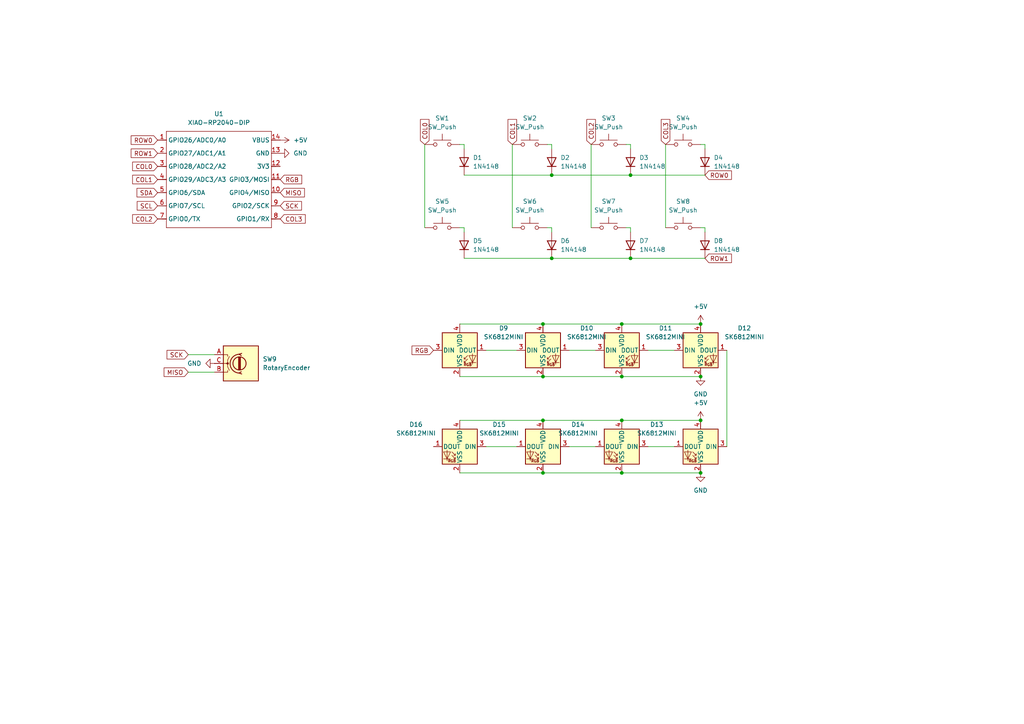
<source format=kicad_sch>
(kicad_sch
	(version 20250114)
	(generator "eeschema")
	(generator_version "9.0")
	(uuid "3bc15124-78f8-4314-8661-4657e7e170e7")
	(paper "A4")
	(lib_symbols
		(symbol "Device:RotaryEncoder"
			(pin_names
				(offset 0.254)
				(hide yes)
			)
			(exclude_from_sim no)
			(in_bom yes)
			(on_board yes)
			(property "Reference" "SW"
				(at 0 6.604 0)
				(effects
					(font
						(size 1.27 1.27)
					)
				)
			)
			(property "Value" "RotaryEncoder"
				(at 0 -6.604 0)
				(effects
					(font
						(size 1.27 1.27)
					)
				)
			)
			(property "Footprint" ""
				(at -3.81 4.064 0)
				(effects
					(font
						(size 1.27 1.27)
					)
					(hide yes)
				)
			)
			(property "Datasheet" "~"
				(at 0 6.604 0)
				(effects
					(font
						(size 1.27 1.27)
					)
					(hide yes)
				)
			)
			(property "Description" "Rotary encoder, dual channel, incremental quadrate outputs"
				(at 0 0 0)
				(effects
					(font
						(size 1.27 1.27)
					)
					(hide yes)
				)
			)
			(property "ki_keywords" "rotary switch encoder"
				(at 0 0 0)
				(effects
					(font
						(size 1.27 1.27)
					)
					(hide yes)
				)
			)
			(property "ki_fp_filters" "RotaryEncoder*"
				(at 0 0 0)
				(effects
					(font
						(size 1.27 1.27)
					)
					(hide yes)
				)
			)
			(symbol "RotaryEncoder_0_1"
				(rectangle
					(start -5.08 5.08)
					(end 5.08 -5.08)
					(stroke
						(width 0.254)
						(type default)
					)
					(fill
						(type background)
					)
				)
				(polyline
					(pts
						(xy -5.08 2.54) (xy -3.81 2.54) (xy -3.81 2.032)
					)
					(stroke
						(width 0)
						(type default)
					)
					(fill
						(type none)
					)
				)
				(polyline
					(pts
						(xy -5.08 0) (xy -3.81 0) (xy -3.81 -1.016) (xy -3.302 -2.032)
					)
					(stroke
						(width 0)
						(type default)
					)
					(fill
						(type none)
					)
				)
				(polyline
					(pts
						(xy -5.08 -2.54) (xy -3.81 -2.54) (xy -3.81 -2.032)
					)
					(stroke
						(width 0)
						(type default)
					)
					(fill
						(type none)
					)
				)
				(polyline
					(pts
						(xy -4.318 0) (xy -3.81 0) (xy -3.81 1.016) (xy -3.302 2.032)
					)
					(stroke
						(width 0)
						(type default)
					)
					(fill
						(type none)
					)
				)
				(circle
					(center -3.81 0)
					(radius 0.254)
					(stroke
						(width 0)
						(type default)
					)
					(fill
						(type outline)
					)
				)
				(polyline
					(pts
						(xy -0.635 -1.778) (xy -0.635 1.778)
					)
					(stroke
						(width 0.254)
						(type default)
					)
					(fill
						(type none)
					)
				)
				(circle
					(center -0.381 0)
					(radius 1.905)
					(stroke
						(width 0.254)
						(type default)
					)
					(fill
						(type none)
					)
				)
				(polyline
					(pts
						(xy -0.381 -1.778) (xy -0.381 1.778)
					)
					(stroke
						(width 0.254)
						(type default)
					)
					(fill
						(type none)
					)
				)
				(arc
					(start -0.381 -2.794)
					(mid -3.0988 -0.0635)
					(end -0.381 2.667)
					(stroke
						(width 0.254)
						(type default)
					)
					(fill
						(type none)
					)
				)
				(polyline
					(pts
						(xy -0.127 1.778) (xy -0.127 -1.778)
					)
					(stroke
						(width 0.254)
						(type default)
					)
					(fill
						(type none)
					)
				)
				(polyline
					(pts
						(xy 0.254 2.921) (xy -0.508 2.667) (xy 0.127 2.286)
					)
					(stroke
						(width 0.254)
						(type default)
					)
					(fill
						(type none)
					)
				)
				(polyline
					(pts
						(xy 0.254 -3.048) (xy -0.508 -2.794) (xy 0.127 -2.413)
					)
					(stroke
						(width 0.254)
						(type default)
					)
					(fill
						(type none)
					)
				)
			)
			(symbol "RotaryEncoder_1_1"
				(pin passive line
					(at -7.62 2.54 0)
					(length 2.54)
					(name "A"
						(effects
							(font
								(size 1.27 1.27)
							)
						)
					)
					(number "A"
						(effects
							(font
								(size 1.27 1.27)
							)
						)
					)
				)
				(pin passive line
					(at -7.62 0 0)
					(length 2.54)
					(name "C"
						(effects
							(font
								(size 1.27 1.27)
							)
						)
					)
					(number "C"
						(effects
							(font
								(size 1.27 1.27)
							)
						)
					)
				)
				(pin passive line
					(at -7.62 -2.54 0)
					(length 2.54)
					(name "B"
						(effects
							(font
								(size 1.27 1.27)
							)
						)
					)
					(number "B"
						(effects
							(font
								(size 1.27 1.27)
							)
						)
					)
				)
			)
			(embedded_fonts no)
		)
		(symbol "Diode:1N4148"
			(pin_numbers
				(hide yes)
			)
			(pin_names
				(hide yes)
			)
			(exclude_from_sim no)
			(in_bom yes)
			(on_board yes)
			(property "Reference" "D"
				(at 0 2.54 0)
				(effects
					(font
						(size 1.27 1.27)
					)
				)
			)
			(property "Value" "1N4148"
				(at 0 -2.54 0)
				(effects
					(font
						(size 1.27 1.27)
					)
				)
			)
			(property "Footprint" "Diode_THT:D_DO-35_SOD27_P7.62mm_Horizontal"
				(at 0 0 0)
				(effects
					(font
						(size 1.27 1.27)
					)
					(hide yes)
				)
			)
			(property "Datasheet" "https://assets.nexperia.com/documents/data-sheet/1N4148_1N4448.pdf"
				(at 0 0 0)
				(effects
					(font
						(size 1.27 1.27)
					)
					(hide yes)
				)
			)
			(property "Description" "100V 0.15A standard switching diode, DO-35"
				(at 0 0 0)
				(effects
					(font
						(size 1.27 1.27)
					)
					(hide yes)
				)
			)
			(property "Sim.Device" "D"
				(at 0 0 0)
				(effects
					(font
						(size 1.27 1.27)
					)
					(hide yes)
				)
			)
			(property "Sim.Pins" "1=K 2=A"
				(at 0 0 0)
				(effects
					(font
						(size 1.27 1.27)
					)
					(hide yes)
				)
			)
			(property "ki_keywords" "diode"
				(at 0 0 0)
				(effects
					(font
						(size 1.27 1.27)
					)
					(hide yes)
				)
			)
			(property "ki_fp_filters" "D*DO?35*"
				(at 0 0 0)
				(effects
					(font
						(size 1.27 1.27)
					)
					(hide yes)
				)
			)
			(symbol "1N4148_0_1"
				(polyline
					(pts
						(xy -1.27 1.27) (xy -1.27 -1.27)
					)
					(stroke
						(width 0.254)
						(type default)
					)
					(fill
						(type none)
					)
				)
				(polyline
					(pts
						(xy 1.27 1.27) (xy 1.27 -1.27) (xy -1.27 0) (xy 1.27 1.27)
					)
					(stroke
						(width 0.254)
						(type default)
					)
					(fill
						(type none)
					)
				)
				(polyline
					(pts
						(xy 1.27 0) (xy -1.27 0)
					)
					(stroke
						(width 0)
						(type default)
					)
					(fill
						(type none)
					)
				)
			)
			(symbol "1N4148_1_1"
				(pin passive line
					(at -3.81 0 0)
					(length 2.54)
					(name "K"
						(effects
							(font
								(size 1.27 1.27)
							)
						)
					)
					(number "1"
						(effects
							(font
								(size 1.27 1.27)
							)
						)
					)
				)
				(pin passive line
					(at 3.81 0 180)
					(length 2.54)
					(name "A"
						(effects
							(font
								(size 1.27 1.27)
							)
						)
					)
					(number "2"
						(effects
							(font
								(size 1.27 1.27)
							)
						)
					)
				)
			)
			(embedded_fonts no)
		)
		(symbol "LED:SK6812MINI"
			(pin_names
				(offset 0.254)
			)
			(exclude_from_sim no)
			(in_bom yes)
			(on_board yes)
			(property "Reference" "D"
				(at 5.08 5.715 0)
				(effects
					(font
						(size 1.27 1.27)
					)
					(justify right bottom)
				)
			)
			(property "Value" "SK6812MINI"
				(at 1.27 -5.715 0)
				(effects
					(font
						(size 1.27 1.27)
					)
					(justify left top)
				)
			)
			(property "Footprint" "LED_SMD:LED_SK6812MINI_PLCC4_3.5x3.5mm_P1.75mm"
				(at 1.27 -7.62 0)
				(effects
					(font
						(size 1.27 1.27)
					)
					(justify left top)
					(hide yes)
				)
			)
			(property "Datasheet" "https://cdn-shop.adafruit.com/product-files/2686/SK6812MINI_REV.01-1-2.pdf"
				(at 2.54 -9.525 0)
				(effects
					(font
						(size 1.27 1.27)
					)
					(justify left top)
					(hide yes)
				)
			)
			(property "Description" "RGB LED with integrated controller"
				(at 0 0 0)
				(effects
					(font
						(size 1.27 1.27)
					)
					(hide yes)
				)
			)
			(property "ki_keywords" "RGB LED NeoPixel Mini addressable"
				(at 0 0 0)
				(effects
					(font
						(size 1.27 1.27)
					)
					(hide yes)
				)
			)
			(property "ki_fp_filters" "LED*SK6812MINI*PLCC*3.5x3.5mm*P1.75mm*"
				(at 0 0 0)
				(effects
					(font
						(size 1.27 1.27)
					)
					(hide yes)
				)
			)
			(symbol "SK6812MINI_0_0"
				(text "RGB"
					(at 2.286 -4.191 0)
					(effects
						(font
							(size 0.762 0.762)
						)
					)
				)
			)
			(symbol "SK6812MINI_0_1"
				(polyline
					(pts
						(xy 1.27 -2.54) (xy 1.778 -2.54)
					)
					(stroke
						(width 0)
						(type default)
					)
					(fill
						(type none)
					)
				)
				(polyline
					(pts
						(xy 1.27 -3.556) (xy 1.778 -3.556)
					)
					(stroke
						(width 0)
						(type default)
					)
					(fill
						(type none)
					)
				)
				(polyline
					(pts
						(xy 2.286 -1.524) (xy 1.27 -2.54) (xy 1.27 -2.032)
					)
					(stroke
						(width 0)
						(type default)
					)
					(fill
						(type none)
					)
				)
				(polyline
					(pts
						(xy 2.286 -2.54) (xy 1.27 -3.556) (xy 1.27 -3.048)
					)
					(stroke
						(width 0)
						(type default)
					)
					(fill
						(type none)
					)
				)
				(polyline
					(pts
						(xy 3.683 -1.016) (xy 3.683 -3.556) (xy 3.683 -4.064)
					)
					(stroke
						(width 0)
						(type default)
					)
					(fill
						(type none)
					)
				)
				(polyline
					(pts
						(xy 4.699 -1.524) (xy 2.667 -1.524) (xy 3.683 -3.556) (xy 4.699 -1.524)
					)
					(stroke
						(width 0)
						(type default)
					)
					(fill
						(type none)
					)
				)
				(polyline
					(pts
						(xy 4.699 -3.556) (xy 2.667 -3.556)
					)
					(stroke
						(width 0)
						(type default)
					)
					(fill
						(type none)
					)
				)
				(rectangle
					(start 5.08 5.08)
					(end -5.08 -5.08)
					(stroke
						(width 0.254)
						(type default)
					)
					(fill
						(type background)
					)
				)
			)
			(symbol "SK6812MINI_1_1"
				(pin input line
					(at -7.62 0 0)
					(length 2.54)
					(name "DIN"
						(effects
							(font
								(size 1.27 1.27)
							)
						)
					)
					(number "3"
						(effects
							(font
								(size 1.27 1.27)
							)
						)
					)
				)
				(pin power_in line
					(at 0 7.62 270)
					(length 2.54)
					(name "VDD"
						(effects
							(font
								(size 1.27 1.27)
							)
						)
					)
					(number "4"
						(effects
							(font
								(size 1.27 1.27)
							)
						)
					)
				)
				(pin power_in line
					(at 0 -7.62 90)
					(length 2.54)
					(name "VSS"
						(effects
							(font
								(size 1.27 1.27)
							)
						)
					)
					(number "2"
						(effects
							(font
								(size 1.27 1.27)
							)
						)
					)
				)
				(pin output line
					(at 7.62 0 180)
					(length 2.54)
					(name "DOUT"
						(effects
							(font
								(size 1.27 1.27)
							)
						)
					)
					(number "1"
						(effects
							(font
								(size 1.27 1.27)
							)
						)
					)
				)
			)
			(embedded_fonts no)
		)
		(symbol "OPL:XIAO-RP2040-DIP"
			(exclude_from_sim no)
			(in_bom yes)
			(on_board yes)
			(property "Reference" "U"
				(at 0 0 0)
				(effects
					(font
						(size 1.27 1.27)
					)
				)
			)
			(property "Value" "XIAO-RP2040-DIP"
				(at 5.334 -1.778 0)
				(effects
					(font
						(size 1.27 1.27)
					)
				)
			)
			(property "Footprint" "Module:MOUDLE14P-XIAO-DIP-SMD"
				(at 14.478 -32.258 0)
				(effects
					(font
						(size 1.27 1.27)
					)
					(hide yes)
				)
			)
			(property "Datasheet" ""
				(at 0 0 0)
				(effects
					(font
						(size 1.27 1.27)
					)
					(hide yes)
				)
			)
			(property "Description" ""
				(at 0 0 0)
				(effects
					(font
						(size 1.27 1.27)
					)
					(hide yes)
				)
			)
			(symbol "XIAO-RP2040-DIP_1_0"
				(polyline
					(pts
						(xy -1.27 -2.54) (xy 29.21 -2.54)
					)
					(stroke
						(width 0.1524)
						(type solid)
					)
					(fill
						(type none)
					)
				)
				(polyline
					(pts
						(xy -1.27 -5.08) (xy -2.54 -5.08)
					)
					(stroke
						(width 0.1524)
						(type solid)
					)
					(fill
						(type none)
					)
				)
				(polyline
					(pts
						(xy -1.27 -5.08) (xy -1.27 -2.54)
					)
					(stroke
						(width 0.1524)
						(type solid)
					)
					(fill
						(type none)
					)
				)
				(polyline
					(pts
						(xy -1.27 -8.89) (xy -2.54 -8.89)
					)
					(stroke
						(width 0.1524)
						(type solid)
					)
					(fill
						(type none)
					)
				)
				(polyline
					(pts
						(xy -1.27 -8.89) (xy -1.27 -5.08)
					)
					(stroke
						(width 0.1524)
						(type solid)
					)
					(fill
						(type none)
					)
				)
				(polyline
					(pts
						(xy -1.27 -12.7) (xy -2.54 -12.7)
					)
					(stroke
						(width 0.1524)
						(type solid)
					)
					(fill
						(type none)
					)
				)
				(polyline
					(pts
						(xy -1.27 -12.7) (xy -1.27 -8.89)
					)
					(stroke
						(width 0.1524)
						(type solid)
					)
					(fill
						(type none)
					)
				)
				(polyline
					(pts
						(xy -1.27 -16.51) (xy -2.54 -16.51)
					)
					(stroke
						(width 0.1524)
						(type solid)
					)
					(fill
						(type none)
					)
				)
				(polyline
					(pts
						(xy -1.27 -16.51) (xy -1.27 -12.7)
					)
					(stroke
						(width 0.1524)
						(type solid)
					)
					(fill
						(type none)
					)
				)
				(polyline
					(pts
						(xy -1.27 -20.32) (xy -2.54 -20.32)
					)
					(stroke
						(width 0.1524)
						(type solid)
					)
					(fill
						(type none)
					)
				)
				(polyline
					(pts
						(xy -1.27 -24.13) (xy -2.54 -24.13)
					)
					(stroke
						(width 0.1524)
						(type solid)
					)
					(fill
						(type none)
					)
				)
				(polyline
					(pts
						(xy -1.27 -27.94) (xy -2.54 -27.94)
					)
					(stroke
						(width 0.1524)
						(type solid)
					)
					(fill
						(type none)
					)
				)
				(polyline
					(pts
						(xy -1.27 -30.48) (xy -1.27 -16.51)
					)
					(stroke
						(width 0.1524)
						(type solid)
					)
					(fill
						(type none)
					)
				)
				(polyline
					(pts
						(xy 29.21 -2.54) (xy 29.21 -5.08)
					)
					(stroke
						(width 0.1524)
						(type solid)
					)
					(fill
						(type none)
					)
				)
				(polyline
					(pts
						(xy 29.21 -5.08) (xy 29.21 -8.89)
					)
					(stroke
						(width 0.1524)
						(type solid)
					)
					(fill
						(type none)
					)
				)
				(polyline
					(pts
						(xy 29.21 -8.89) (xy 29.21 -12.7)
					)
					(stroke
						(width 0.1524)
						(type solid)
					)
					(fill
						(type none)
					)
				)
				(polyline
					(pts
						(xy 29.21 -12.7) (xy 29.21 -30.48)
					)
					(stroke
						(width 0.1524)
						(type solid)
					)
					(fill
						(type none)
					)
				)
				(polyline
					(pts
						(xy 29.21 -30.48) (xy -1.27 -30.48)
					)
					(stroke
						(width 0.1524)
						(type solid)
					)
					(fill
						(type none)
					)
				)
				(polyline
					(pts
						(xy 30.48 -5.08) (xy 29.21 -5.08)
					)
					(stroke
						(width 0.1524)
						(type solid)
					)
					(fill
						(type none)
					)
				)
				(polyline
					(pts
						(xy 30.48 -8.89) (xy 29.21 -8.89)
					)
					(stroke
						(width 0.1524)
						(type solid)
					)
					(fill
						(type none)
					)
				)
				(polyline
					(pts
						(xy 30.48 -12.7) (xy 29.21 -12.7)
					)
					(stroke
						(width 0.1524)
						(type solid)
					)
					(fill
						(type none)
					)
				)
				(polyline
					(pts
						(xy 30.48 -16.51) (xy 29.21 -16.51)
					)
					(stroke
						(width 0.1524)
						(type solid)
					)
					(fill
						(type none)
					)
				)
				(polyline
					(pts
						(xy 30.48 -20.32) (xy 29.21 -20.32)
					)
					(stroke
						(width 0.1524)
						(type solid)
					)
					(fill
						(type none)
					)
				)
				(polyline
					(pts
						(xy 30.48 -24.13) (xy 29.21 -24.13)
					)
					(stroke
						(width 0.1524)
						(type solid)
					)
					(fill
						(type none)
					)
				)
				(polyline
					(pts
						(xy 30.48 -27.94) (xy 29.21 -27.94)
					)
					(stroke
						(width 0.1524)
						(type solid)
					)
					(fill
						(type none)
					)
				)
				(pin passive line
					(at -3.81 -5.08 0)
					(length 2.54)
					(name "GPIO26/ADC0/A0"
						(effects
							(font
								(size 1.27 1.27)
							)
						)
					)
					(number "1"
						(effects
							(font
								(size 1.27 1.27)
							)
						)
					)
				)
				(pin passive line
					(at -3.81 -8.89 0)
					(length 2.54)
					(name "GPIO27/ADC1/A1"
						(effects
							(font
								(size 1.27 1.27)
							)
						)
					)
					(number "2"
						(effects
							(font
								(size 1.27 1.27)
							)
						)
					)
				)
				(pin passive line
					(at -3.81 -12.7 0)
					(length 2.54)
					(name "GPIO28/ADC2/A2"
						(effects
							(font
								(size 1.27 1.27)
							)
						)
					)
					(number "3"
						(effects
							(font
								(size 1.27 1.27)
							)
						)
					)
				)
				(pin passive line
					(at -3.81 -16.51 0)
					(length 2.54)
					(name "GPIO29/ADC3/A3"
						(effects
							(font
								(size 1.27 1.27)
							)
						)
					)
					(number "4"
						(effects
							(font
								(size 1.27 1.27)
							)
						)
					)
				)
				(pin passive line
					(at -3.81 -20.32 0)
					(length 2.54)
					(name "GPIO6/SDA"
						(effects
							(font
								(size 1.27 1.27)
							)
						)
					)
					(number "5"
						(effects
							(font
								(size 1.27 1.27)
							)
						)
					)
				)
				(pin passive line
					(at -3.81 -24.13 0)
					(length 2.54)
					(name "GPIO7/SCL"
						(effects
							(font
								(size 1.27 1.27)
							)
						)
					)
					(number "6"
						(effects
							(font
								(size 1.27 1.27)
							)
						)
					)
				)
				(pin passive line
					(at -3.81 -27.94 0)
					(length 2.54)
					(name "GPIO0/TX"
						(effects
							(font
								(size 1.27 1.27)
							)
						)
					)
					(number "7"
						(effects
							(font
								(size 1.27 1.27)
							)
						)
					)
				)
				(pin passive line
					(at 31.75 -5.08 180)
					(length 2.54)
					(name "VBUS"
						(effects
							(font
								(size 1.27 1.27)
							)
						)
					)
					(number "14"
						(effects
							(font
								(size 1.27 1.27)
							)
						)
					)
				)
				(pin passive line
					(at 31.75 -8.89 180)
					(length 2.54)
					(name "GND"
						(effects
							(font
								(size 1.27 1.27)
							)
						)
					)
					(number "13"
						(effects
							(font
								(size 1.27 1.27)
							)
						)
					)
				)
				(pin passive line
					(at 31.75 -12.7 180)
					(length 2.54)
					(name "3V3"
						(effects
							(font
								(size 1.27 1.27)
							)
						)
					)
					(number "12"
						(effects
							(font
								(size 1.27 1.27)
							)
						)
					)
				)
				(pin passive line
					(at 31.75 -16.51 180)
					(length 2.54)
					(name "GPIO3/MOSI"
						(effects
							(font
								(size 1.27 1.27)
							)
						)
					)
					(number "11"
						(effects
							(font
								(size 1.27 1.27)
							)
						)
					)
				)
				(pin passive line
					(at 31.75 -20.32 180)
					(length 2.54)
					(name "GPIO4/MISO"
						(effects
							(font
								(size 1.27 1.27)
							)
						)
					)
					(number "10"
						(effects
							(font
								(size 1.27 1.27)
							)
						)
					)
				)
				(pin passive line
					(at 31.75 -24.13 180)
					(length 2.54)
					(name "GPIO2/SCK"
						(effects
							(font
								(size 1.27 1.27)
							)
						)
					)
					(number "9"
						(effects
							(font
								(size 1.27 1.27)
							)
						)
					)
				)
				(pin passive line
					(at 31.75 -27.94 180)
					(length 2.54)
					(name "GPIO1/RX"
						(effects
							(font
								(size 1.27 1.27)
							)
						)
					)
					(number "8"
						(effects
							(font
								(size 1.27 1.27)
							)
						)
					)
				)
			)
			(embedded_fonts no)
		)
		(symbol "Switch:SW_Push"
			(pin_numbers
				(hide yes)
			)
			(pin_names
				(offset 1.016)
				(hide yes)
			)
			(exclude_from_sim no)
			(in_bom yes)
			(on_board yes)
			(property "Reference" "SW"
				(at 1.27 2.54 0)
				(effects
					(font
						(size 1.27 1.27)
					)
					(justify left)
				)
			)
			(property "Value" "SW_Push"
				(at 0 -1.524 0)
				(effects
					(font
						(size 1.27 1.27)
					)
				)
			)
			(property "Footprint" ""
				(at 0 5.08 0)
				(effects
					(font
						(size 1.27 1.27)
					)
					(hide yes)
				)
			)
			(property "Datasheet" "~"
				(at 0 5.08 0)
				(effects
					(font
						(size 1.27 1.27)
					)
					(hide yes)
				)
			)
			(property "Description" "Push button switch, generic, two pins"
				(at 0 0 0)
				(effects
					(font
						(size 1.27 1.27)
					)
					(hide yes)
				)
			)
			(property "ki_keywords" "switch normally-open pushbutton push-button"
				(at 0 0 0)
				(effects
					(font
						(size 1.27 1.27)
					)
					(hide yes)
				)
			)
			(symbol "SW_Push_0_1"
				(circle
					(center -2.032 0)
					(radius 0.508)
					(stroke
						(width 0)
						(type default)
					)
					(fill
						(type none)
					)
				)
				(polyline
					(pts
						(xy 0 1.27) (xy 0 3.048)
					)
					(stroke
						(width 0)
						(type default)
					)
					(fill
						(type none)
					)
				)
				(circle
					(center 2.032 0)
					(radius 0.508)
					(stroke
						(width 0)
						(type default)
					)
					(fill
						(type none)
					)
				)
				(polyline
					(pts
						(xy 2.54 1.27) (xy -2.54 1.27)
					)
					(stroke
						(width 0)
						(type default)
					)
					(fill
						(type none)
					)
				)
				(pin passive line
					(at -5.08 0 0)
					(length 2.54)
					(name "1"
						(effects
							(font
								(size 1.27 1.27)
							)
						)
					)
					(number "1"
						(effects
							(font
								(size 1.27 1.27)
							)
						)
					)
				)
				(pin passive line
					(at 5.08 0 180)
					(length 2.54)
					(name "2"
						(effects
							(font
								(size 1.27 1.27)
							)
						)
					)
					(number "2"
						(effects
							(font
								(size 1.27 1.27)
							)
						)
					)
				)
			)
			(embedded_fonts no)
		)
		(symbol "power:+5V"
			(power)
			(pin_numbers
				(hide yes)
			)
			(pin_names
				(offset 0)
				(hide yes)
			)
			(exclude_from_sim no)
			(in_bom yes)
			(on_board yes)
			(property "Reference" "#PWR"
				(at 0 -3.81 0)
				(effects
					(font
						(size 1.27 1.27)
					)
					(hide yes)
				)
			)
			(property "Value" "+5V"
				(at 0 3.556 0)
				(effects
					(font
						(size 1.27 1.27)
					)
				)
			)
			(property "Footprint" ""
				(at 0 0 0)
				(effects
					(font
						(size 1.27 1.27)
					)
					(hide yes)
				)
			)
			(property "Datasheet" ""
				(at 0 0 0)
				(effects
					(font
						(size 1.27 1.27)
					)
					(hide yes)
				)
			)
			(property "Description" "Power symbol creates a global label with name \"+5V\""
				(at 0 0 0)
				(effects
					(font
						(size 1.27 1.27)
					)
					(hide yes)
				)
			)
			(property "ki_keywords" "global power"
				(at 0 0 0)
				(effects
					(font
						(size 1.27 1.27)
					)
					(hide yes)
				)
			)
			(symbol "+5V_0_1"
				(polyline
					(pts
						(xy -0.762 1.27) (xy 0 2.54)
					)
					(stroke
						(width 0)
						(type default)
					)
					(fill
						(type none)
					)
				)
				(polyline
					(pts
						(xy 0 2.54) (xy 0.762 1.27)
					)
					(stroke
						(width 0)
						(type default)
					)
					(fill
						(type none)
					)
				)
				(polyline
					(pts
						(xy 0 0) (xy 0 2.54)
					)
					(stroke
						(width 0)
						(type default)
					)
					(fill
						(type none)
					)
				)
			)
			(symbol "+5V_1_1"
				(pin power_in line
					(at 0 0 90)
					(length 0)
					(name "~"
						(effects
							(font
								(size 1.27 1.27)
							)
						)
					)
					(number "1"
						(effects
							(font
								(size 1.27 1.27)
							)
						)
					)
				)
			)
			(embedded_fonts no)
		)
		(symbol "power:GND"
			(power)
			(pin_numbers
				(hide yes)
			)
			(pin_names
				(offset 0)
				(hide yes)
			)
			(exclude_from_sim no)
			(in_bom yes)
			(on_board yes)
			(property "Reference" "#PWR"
				(at 0 -6.35 0)
				(effects
					(font
						(size 1.27 1.27)
					)
					(hide yes)
				)
			)
			(property "Value" "GND"
				(at 0 -3.81 0)
				(effects
					(font
						(size 1.27 1.27)
					)
				)
			)
			(property "Footprint" ""
				(at 0 0 0)
				(effects
					(font
						(size 1.27 1.27)
					)
					(hide yes)
				)
			)
			(property "Datasheet" ""
				(at 0 0 0)
				(effects
					(font
						(size 1.27 1.27)
					)
					(hide yes)
				)
			)
			(property "Description" "Power symbol creates a global label with name \"GND\" , ground"
				(at 0 0 0)
				(effects
					(font
						(size 1.27 1.27)
					)
					(hide yes)
				)
			)
			(property "ki_keywords" "global power"
				(at 0 0 0)
				(effects
					(font
						(size 1.27 1.27)
					)
					(hide yes)
				)
			)
			(symbol "GND_0_1"
				(polyline
					(pts
						(xy 0 0) (xy 0 -1.27) (xy 1.27 -1.27) (xy 0 -2.54) (xy -1.27 -1.27) (xy 0 -1.27)
					)
					(stroke
						(width 0)
						(type default)
					)
					(fill
						(type none)
					)
				)
			)
			(symbol "GND_1_1"
				(pin power_in line
					(at 0 0 270)
					(length 0)
					(name "~"
						(effects
							(font
								(size 1.27 1.27)
							)
						)
					)
					(number "1"
						(effects
							(font
								(size 1.27 1.27)
							)
						)
					)
				)
			)
			(embedded_fonts no)
		)
	)
	(junction
		(at 160.02 74.93)
		(diameter 0)
		(color 0 0 0 0)
		(uuid "0bb9c692-95ae-4efb-861a-7a9f2d2d05ee")
	)
	(junction
		(at 203.2 109.22)
		(diameter 0)
		(color 0 0 0 0)
		(uuid "0d628112-3861-4141-8aa6-3360fb44f830")
	)
	(junction
		(at 182.88 74.93)
		(diameter 0)
		(color 0 0 0 0)
		(uuid "17a59c6b-bcd5-4445-8d63-99a36b300e74")
	)
	(junction
		(at 180.34 109.22)
		(diameter 0)
		(color 0 0 0 0)
		(uuid "241dfb10-484d-4e95-86ef-b04a1cefca5d")
	)
	(junction
		(at 203.2 93.98)
		(diameter 0)
		(color 0 0 0 0)
		(uuid "47f33169-c8e1-4c48-9bbc-e4b491620274")
	)
	(junction
		(at 157.48 93.98)
		(diameter 0)
		(color 0 0 0 0)
		(uuid "53a616e4-043b-4ee1-8ed9-f8f8eee2a7b8")
	)
	(junction
		(at 203.2 121.92)
		(diameter 0)
		(color 0 0 0 0)
		(uuid "74ae2939-4dab-49be-99c5-511219eabd89")
	)
	(junction
		(at 180.34 137.16)
		(diameter 0)
		(color 0 0 0 0)
		(uuid "7ac9c127-29f8-4c67-85ed-d70338fbbef3")
	)
	(junction
		(at 157.48 121.92)
		(diameter 0)
		(color 0 0 0 0)
		(uuid "83c09ce3-473e-4aa4-a7bb-2461a8b06aeb")
	)
	(junction
		(at 157.48 109.22)
		(diameter 0)
		(color 0 0 0 0)
		(uuid "92ede0f9-ab5a-4bdd-b375-c244cc38d1db")
	)
	(junction
		(at 157.48 137.16)
		(diameter 0)
		(color 0 0 0 0)
		(uuid "a3db996b-0ec2-4b14-b31d-ea368057aee5")
	)
	(junction
		(at 180.34 93.98)
		(diameter 0)
		(color 0 0 0 0)
		(uuid "c8b25e6c-adc2-4e5c-a45f-c3a31418f132")
	)
	(junction
		(at 160.02 50.8)
		(diameter 0)
		(color 0 0 0 0)
		(uuid "cdc800df-b0ec-4b95-b1a2-36fb30119d1a")
	)
	(junction
		(at 182.88 50.8)
		(diameter 0)
		(color 0 0 0 0)
		(uuid "ce6ed4f9-c134-48e1-8cd9-85c83294d43e")
	)
	(junction
		(at 180.34 121.92)
		(diameter 0)
		(color 0 0 0 0)
		(uuid "e1920bf2-6a2f-427c-8fc2-aa6120ff1fd6")
	)
	(junction
		(at 203.2 137.16)
		(diameter 0)
		(color 0 0 0 0)
		(uuid "e477a220-865a-435d-a7b8-f85d550106fd")
	)
	(wire
		(pts
			(xy 181.61 41.91) (xy 182.88 41.91)
		)
		(stroke
			(width 0)
			(type default)
		)
		(uuid "01713bc2-2acd-4646-bfdf-0274188543ef")
	)
	(wire
		(pts
			(xy 210.82 101.6) (xy 210.82 129.54)
		)
		(stroke
			(width 0)
			(type default)
		)
		(uuid "06de24aa-4be5-4acd-bb16-f69a3a1a01c7")
	)
	(wire
		(pts
			(xy 193.04 41.91) (xy 193.04 66.04)
		)
		(stroke
			(width 0)
			(type default)
		)
		(uuid "08d0f0a9-cf41-4d6f-84b3-722f658c3fba")
	)
	(wire
		(pts
			(xy 140.97 101.6) (xy 149.86 101.6)
		)
		(stroke
			(width 0)
			(type default)
		)
		(uuid "0c829df7-efca-484b-8c57-329ed6f42abd")
	)
	(wire
		(pts
			(xy 181.61 66.04) (xy 182.88 66.04)
		)
		(stroke
			(width 0)
			(type default)
		)
		(uuid "0d2c6fcb-6cd8-4761-9f46-1ed63c2909b7")
	)
	(wire
		(pts
			(xy 187.96 129.54) (xy 195.58 129.54)
		)
		(stroke
			(width 0)
			(type default)
		)
		(uuid "1cc58249-63cf-4fe7-a971-033ab0233819")
	)
	(wire
		(pts
			(xy 182.88 41.91) (xy 182.88 43.18)
		)
		(stroke
			(width 0)
			(type default)
		)
		(uuid "1e48a8d4-3cf8-49be-b00c-759885e38815")
	)
	(wire
		(pts
			(xy 140.97 129.54) (xy 149.86 129.54)
		)
		(stroke
			(width 0)
			(type default)
		)
		(uuid "1e96775b-c095-46c8-b514-d5c91d71d2d5")
	)
	(wire
		(pts
			(xy 134.62 41.91) (xy 134.62 43.18)
		)
		(stroke
			(width 0)
			(type default)
		)
		(uuid "20d5a967-82be-4826-bf33-b40ffe3f5710")
	)
	(wire
		(pts
			(xy 204.47 66.04) (xy 204.47 67.31)
		)
		(stroke
			(width 0)
			(type default)
		)
		(uuid "20f448bc-6a1c-4866-9918-6104f3513fc8")
	)
	(wire
		(pts
			(xy 148.59 41.91) (xy 148.59 66.04)
		)
		(stroke
			(width 0)
			(type default)
		)
		(uuid "23109b6c-fff3-4c2b-94d1-e2087dbde0a2")
	)
	(wire
		(pts
			(xy 133.35 121.92) (xy 157.48 121.92)
		)
		(stroke
			(width 0)
			(type default)
		)
		(uuid "265dd34c-bbdc-4233-b121-3e073bc08ba7")
	)
	(wire
		(pts
			(xy 133.35 41.91) (xy 134.62 41.91)
		)
		(stroke
			(width 0)
			(type default)
		)
		(uuid "2dcab3c4-d8fe-400e-ae80-4c1997f6ed70")
	)
	(wire
		(pts
			(xy 157.48 109.22) (xy 180.34 109.22)
		)
		(stroke
			(width 0)
			(type default)
		)
		(uuid "329700c2-72f1-4b15-b8a9-2172504a9c46")
	)
	(wire
		(pts
			(xy 180.34 109.22) (xy 203.2 109.22)
		)
		(stroke
			(width 0)
			(type default)
		)
		(uuid "34ac8929-9b5b-4d17-934d-76faa2ecc3a6")
	)
	(wire
		(pts
			(xy 134.62 74.93) (xy 160.02 74.93)
		)
		(stroke
			(width 0)
			(type default)
		)
		(uuid "3b8a0cfe-9447-4e27-9a29-cfe540f7f3f4")
	)
	(wire
		(pts
			(xy 165.1 101.6) (xy 172.72 101.6)
		)
		(stroke
			(width 0)
			(type default)
		)
		(uuid "3c400298-0e2a-462e-aa2c-1896bc30f552")
	)
	(wire
		(pts
			(xy 180.34 121.92) (xy 203.2 121.92)
		)
		(stroke
			(width 0)
			(type default)
		)
		(uuid "3dfecfce-9375-4332-9487-9989bd3dff18")
	)
	(wire
		(pts
			(xy 165.1 129.54) (xy 172.72 129.54)
		)
		(stroke
			(width 0)
			(type default)
		)
		(uuid "4384ded6-0df4-424c-8b11-df890bce0733")
	)
	(wire
		(pts
			(xy 204.47 41.91) (xy 204.47 43.18)
		)
		(stroke
			(width 0)
			(type default)
		)
		(uuid "476e5a3a-338f-4971-a818-e64d67a5cf7d")
	)
	(wire
		(pts
			(xy 182.88 50.8) (xy 204.47 50.8)
		)
		(stroke
			(width 0)
			(type default)
		)
		(uuid "515b6e17-47a5-452d-8c1c-94785854caa8")
	)
	(wire
		(pts
			(xy 123.19 41.91) (xy 123.19 66.04)
		)
		(stroke
			(width 0)
			(type default)
		)
		(uuid "56df3ce1-e001-47e5-a9b6-fada7d84bbd1")
	)
	(wire
		(pts
			(xy 158.75 66.04) (xy 160.02 66.04)
		)
		(stroke
			(width 0)
			(type default)
		)
		(uuid "5b6ed533-4aa7-46d0-b1d2-a0e776024916")
	)
	(wire
		(pts
			(xy 134.62 66.04) (xy 134.62 67.31)
		)
		(stroke
			(width 0)
			(type default)
		)
		(uuid "5d3bb493-3b63-44d5-8f8f-8b760d94bd03")
	)
	(wire
		(pts
			(xy 160.02 74.93) (xy 182.88 74.93)
		)
		(stroke
			(width 0)
			(type default)
		)
		(uuid "6a7e9b33-ba74-47f2-9f76-bf0423cab317")
	)
	(wire
		(pts
			(xy 203.2 66.04) (xy 204.47 66.04)
		)
		(stroke
			(width 0)
			(type default)
		)
		(uuid "73229b23-5370-47c5-b305-d85198e12ae8")
	)
	(wire
		(pts
			(xy 182.88 66.04) (xy 182.88 67.31)
		)
		(stroke
			(width 0)
			(type default)
		)
		(uuid "86bd5083-3625-419a-b27c-89d0a18e311f")
	)
	(wire
		(pts
			(xy 134.62 50.8) (xy 160.02 50.8)
		)
		(stroke
			(width 0)
			(type default)
		)
		(uuid "89965233-34dd-4a0f-bf9f-21e742791e10")
	)
	(wire
		(pts
			(xy 133.35 137.16) (xy 157.48 137.16)
		)
		(stroke
			(width 0)
			(type default)
		)
		(uuid "90e63147-5e60-4159-9c52-74325ee767ef")
	)
	(wire
		(pts
			(xy 182.88 74.93) (xy 204.47 74.93)
		)
		(stroke
			(width 0)
			(type default)
		)
		(uuid "9527da6d-8b6d-442c-8495-8d52d6410f5d")
	)
	(wire
		(pts
			(xy 160.02 41.91) (xy 160.02 43.18)
		)
		(stroke
			(width 0)
			(type default)
		)
		(uuid "a0214446-2a0e-4bcd-887e-adc535b80094")
	)
	(wire
		(pts
			(xy 158.75 41.91) (xy 160.02 41.91)
		)
		(stroke
			(width 0)
			(type default)
		)
		(uuid "abf88ba0-cf55-49d5-80ef-cfcb718c6db3")
	)
	(wire
		(pts
			(xy 157.48 93.98) (xy 180.34 93.98)
		)
		(stroke
			(width 0)
			(type default)
		)
		(uuid "ac593cdb-ad6a-4653-b574-f5c14a0f083e")
	)
	(wire
		(pts
			(xy 160.02 50.8) (xy 182.88 50.8)
		)
		(stroke
			(width 0)
			(type default)
		)
		(uuid "ad2b5192-f10d-4984-91f3-637a7b145959")
	)
	(wire
		(pts
			(xy 133.35 93.98) (xy 157.48 93.98)
		)
		(stroke
			(width 0)
			(type default)
		)
		(uuid "ad71df7a-22a0-40bb-9329-b0f754cbf899")
	)
	(wire
		(pts
			(xy 160.02 66.04) (xy 160.02 67.31)
		)
		(stroke
			(width 0)
			(type default)
		)
		(uuid "b1e04b0b-284e-4298-87a6-76567e7ebe01")
	)
	(wire
		(pts
			(xy 54.61 107.95) (xy 62.23 107.95)
		)
		(stroke
			(width 0)
			(type default)
		)
		(uuid "b2b44486-fca5-402f-871e-79d809f28a34")
	)
	(wire
		(pts
			(xy 133.35 109.22) (xy 157.48 109.22)
		)
		(stroke
			(width 0)
			(type default)
		)
		(uuid "b7543f3c-e341-4494-854f-aa6955a4b389")
	)
	(wire
		(pts
			(xy 171.45 41.91) (xy 171.45 66.04)
		)
		(stroke
			(width 0)
			(type default)
		)
		(uuid "bbbeedbf-3098-434a-a70a-721c24d7ad3d")
	)
	(wire
		(pts
			(xy 133.35 66.04) (xy 134.62 66.04)
		)
		(stroke
			(width 0)
			(type default)
		)
		(uuid "bdbe867e-51aa-4dce-8231-2b4d658f61d7")
	)
	(wire
		(pts
			(xy 157.48 137.16) (xy 180.34 137.16)
		)
		(stroke
			(width 0)
			(type default)
		)
		(uuid "c1aa8870-46da-4189-aac5-4ac0cb986649")
	)
	(wire
		(pts
			(xy 157.48 121.92) (xy 180.34 121.92)
		)
		(stroke
			(width 0)
			(type default)
		)
		(uuid "d048d014-c2ec-4ab6-96f4-ca66f3c247f0")
	)
	(wire
		(pts
			(xy 203.2 41.91) (xy 204.47 41.91)
		)
		(stroke
			(width 0)
			(type default)
		)
		(uuid "d3413bc5-f65f-4327-a5f2-04dadf7d7027")
	)
	(wire
		(pts
			(xy 180.34 137.16) (xy 203.2 137.16)
		)
		(stroke
			(width 0)
			(type default)
		)
		(uuid "d9dfb65b-b01a-4d66-b1b8-80fd84307a12")
	)
	(wire
		(pts
			(xy 180.34 93.98) (xy 203.2 93.98)
		)
		(stroke
			(width 0)
			(type default)
		)
		(uuid "e6954483-dde4-4648-a011-09c4cf845889")
	)
	(wire
		(pts
			(xy 187.96 101.6) (xy 195.58 101.6)
		)
		(stroke
			(width 0)
			(type default)
		)
		(uuid "e9efb20e-1fe0-425f-ad70-000bddd8ad48")
	)
	(wire
		(pts
			(xy 54.61 102.87) (xy 62.23 102.87)
		)
		(stroke
			(width 0)
			(type default)
		)
		(uuid "fcd73f42-d21b-4eee-9f0b-827c90da1b6b")
	)
	(global_label "ROW1"
		(shape input)
		(at 204.47 74.93 0)
		(fields_autoplaced yes)
		(effects
			(font
				(size 1.27 1.27)
			)
			(justify left)
		)
		(uuid "06b67a02-fdf2-4d09-b681-bc174f2699c2")
		(property "Intersheetrefs" "${INTERSHEET_REFS}"
			(at 212.7166 74.93 0)
			(effects
				(font
					(size 1.27 1.27)
				)
				(justify left)
				(hide yes)
			)
		)
	)
	(global_label "ROW0"
		(shape input)
		(at 204.47 50.8 0)
		(fields_autoplaced yes)
		(effects
			(font
				(size 1.27 1.27)
			)
			(justify left)
		)
		(uuid "0c8bc24c-ebb7-4849-a183-ff7153bded4f")
		(property "Intersheetrefs" "${INTERSHEET_REFS}"
			(at 212.7166 50.8 0)
			(effects
				(font
					(size 1.27 1.27)
				)
				(justify left)
				(hide yes)
			)
		)
	)
	(global_label "RGB"
		(shape input)
		(at 81.28 52.07 0)
		(fields_autoplaced yes)
		(effects
			(font
				(size 1.27 1.27)
			)
			(justify left)
		)
		(uuid "10b9539a-a499-455b-8c09-6ee1b3efeca7")
		(property "Intersheetrefs" "${INTERSHEET_REFS}"
			(at 88.0752 52.07 0)
			(effects
				(font
					(size 1.27 1.27)
				)
				(justify left)
				(hide yes)
			)
		)
	)
	(global_label "MISO"
		(shape input)
		(at 54.61 107.95 180)
		(fields_autoplaced yes)
		(effects
			(font
				(size 1.27 1.27)
			)
			(justify right)
		)
		(uuid "410cd380-68f2-4917-8e7f-ce2353ac073c")
		(property "Intersheetrefs" "${INTERSHEET_REFS}"
			(at 47.0286 107.95 0)
			(effects
				(font
					(size 1.27 1.27)
				)
				(justify right)
				(hide yes)
			)
		)
	)
	(global_label "COL3"
		(shape input)
		(at 81.28 63.5 0)
		(fields_autoplaced yes)
		(effects
			(font
				(size 1.27 1.27)
			)
			(justify left)
		)
		(uuid "45de44a7-40e2-4a0d-8f27-5efbd61cdbe8")
		(property "Intersheetrefs" "${INTERSHEET_REFS}"
			(at 89.1033 63.5 0)
			(effects
				(font
					(size 1.27 1.27)
				)
				(justify left)
				(hide yes)
			)
		)
	)
	(global_label "COL2"
		(shape input)
		(at 45.72 63.5 180)
		(fields_autoplaced yes)
		(effects
			(font
				(size 1.27 1.27)
			)
			(justify right)
		)
		(uuid "585bfb60-1c37-4a4c-b864-dad6912433e6")
		(property "Intersheetrefs" "${INTERSHEET_REFS}"
			(at 37.8967 63.5 0)
			(effects
				(font
					(size 1.27 1.27)
				)
				(justify right)
				(hide yes)
			)
		)
	)
	(global_label "ROW0"
		(shape input)
		(at 45.72 40.64 180)
		(fields_autoplaced yes)
		(effects
			(font
				(size 1.27 1.27)
			)
			(justify right)
		)
		(uuid "69b73a95-ca02-4a2f-abea-4ecce02af3b4")
		(property "Intersheetrefs" "${INTERSHEET_REFS}"
			(at 37.4734 40.64 0)
			(effects
				(font
					(size 1.27 1.27)
				)
				(justify right)
				(hide yes)
			)
		)
	)
	(global_label "SCK"
		(shape input)
		(at 81.28 59.69 0)
		(fields_autoplaced yes)
		(effects
			(font
				(size 1.27 1.27)
			)
			(justify left)
		)
		(uuid "82612b09-c6e7-4d91-a3c4-f6820d1f5448")
		(property "Intersheetrefs" "${INTERSHEET_REFS}"
			(at 88.0147 59.69 0)
			(effects
				(font
					(size 1.27 1.27)
				)
				(justify left)
				(hide yes)
			)
		)
	)
	(global_label "RGB"
		(shape input)
		(at 125.73 101.6 180)
		(fields_autoplaced yes)
		(effects
			(font
				(size 1.27 1.27)
			)
			(justify right)
		)
		(uuid "83c18822-03b6-4081-8f25-3d667baf4763")
		(property "Intersheetrefs" "${INTERSHEET_REFS}"
			(at 118.9348 101.6 0)
			(effects
				(font
					(size 1.27 1.27)
				)
				(justify right)
				(hide yes)
			)
		)
	)
	(global_label "COL0"
		(shape input)
		(at 45.72 48.26 180)
		(fields_autoplaced yes)
		(effects
			(font
				(size 1.27 1.27)
			)
			(justify right)
		)
		(uuid "8ba49f96-c904-4a2d-93e0-bc13f5126ecc")
		(property "Intersheetrefs" "${INTERSHEET_REFS}"
			(at 37.8967 48.26 0)
			(effects
				(font
					(size 1.27 1.27)
				)
				(justify right)
				(hide yes)
			)
		)
	)
	(global_label "ROW1"
		(shape input)
		(at 45.72 44.45 180)
		(fields_autoplaced yes)
		(effects
			(font
				(size 1.27 1.27)
			)
			(justify right)
		)
		(uuid "97fe09fc-1668-4308-959c-72a8511c6cba")
		(property "Intersheetrefs" "${INTERSHEET_REFS}"
			(at 37.4734 44.45 0)
			(effects
				(font
					(size 1.27 1.27)
				)
				(justify right)
				(hide yes)
			)
		)
	)
	(global_label "COL1"
		(shape input)
		(at 45.72 52.07 180)
		(fields_autoplaced yes)
		(effects
			(font
				(size 1.27 1.27)
			)
			(justify right)
		)
		(uuid "bb65bd38-40b1-4ab8-9d04-061a2564d6c9")
		(property "Intersheetrefs" "${INTERSHEET_REFS}"
			(at 37.8967 52.07 0)
			(effects
				(font
					(size 1.27 1.27)
				)
				(justify right)
				(hide yes)
			)
		)
	)
	(global_label "MISO"
		(shape input)
		(at 81.28 55.88 0)
		(fields_autoplaced yes)
		(effects
			(font
				(size 1.27 1.27)
			)
			(justify left)
		)
		(uuid "c51014be-ec9f-481f-be90-ea20d2c01269")
		(property "Intersheetrefs" "${INTERSHEET_REFS}"
			(at 88.8614 55.88 0)
			(effects
				(font
					(size 1.27 1.27)
				)
				(justify left)
				(hide yes)
			)
		)
	)
	(global_label "COL3"
		(shape input)
		(at 193.04 41.91 90)
		(fields_autoplaced yes)
		(effects
			(font
				(size 1.27 1.27)
			)
			(justify left)
		)
		(uuid "c63da42f-7436-4b04-8ae9-41bba94357ad")
		(property "Intersheetrefs" "${INTERSHEET_REFS}"
			(at 193.04 34.0867 90)
			(effects
				(font
					(size 1.27 1.27)
				)
				(justify left)
				(hide yes)
			)
		)
	)
	(global_label "COL0"
		(shape input)
		(at 123.19 41.91 90)
		(fields_autoplaced yes)
		(effects
			(font
				(size 1.27 1.27)
			)
			(justify left)
		)
		(uuid "c8260baa-eb2d-47e7-9dae-3e11a9aca985")
		(property "Intersheetrefs" "${INTERSHEET_REFS}"
			(at 123.19 34.0867 90)
			(effects
				(font
					(size 1.27 1.27)
				)
				(justify left)
				(hide yes)
			)
		)
	)
	(global_label "SCL"
		(shape input)
		(at 45.72 59.69 180)
		(fields_autoplaced yes)
		(effects
			(font
				(size 1.27 1.27)
			)
			(justify right)
		)
		(uuid "cb9ba853-1901-4590-82da-ab25ea9bcc2b")
		(property "Intersheetrefs" "${INTERSHEET_REFS}"
			(at 39.2272 59.69 0)
			(effects
				(font
					(size 1.27 1.27)
				)
				(justify right)
				(hide yes)
			)
		)
	)
	(global_label "COL1"
		(shape input)
		(at 148.59 41.91 90)
		(fields_autoplaced yes)
		(effects
			(font
				(size 1.27 1.27)
			)
			(justify left)
		)
		(uuid "d1fe5707-0742-4278-8bf5-8b835f91ab0f")
		(property "Intersheetrefs" "${INTERSHEET_REFS}"
			(at 148.59 34.0867 90)
			(effects
				(font
					(size 1.27 1.27)
				)
				(justify left)
				(hide yes)
			)
		)
	)
	(global_label "COL2"
		(shape input)
		(at 171.45 41.91 90)
		(fields_autoplaced yes)
		(effects
			(font
				(size 1.27 1.27)
			)
			(justify left)
		)
		(uuid "e2d9eb6a-24c7-409d-907f-f1d3afcb4958")
		(property "Intersheetrefs" "${INTERSHEET_REFS}"
			(at 171.45 34.0867 90)
			(effects
				(font
					(size 1.27 1.27)
				)
				(justify left)
				(hide yes)
			)
		)
	)
	(global_label "SCK"
		(shape input)
		(at 54.61 102.87 180)
		(fields_autoplaced yes)
		(effects
			(font
				(size 1.27 1.27)
			)
			(justify right)
		)
		(uuid "ea0d52ca-b623-43e0-94b7-806c97ad65f6")
		(property "Intersheetrefs" "${INTERSHEET_REFS}"
			(at 47.8753 102.87 0)
			(effects
				(font
					(size 1.27 1.27)
				)
				(justify right)
				(hide yes)
			)
		)
	)
	(global_label "SDA"
		(shape input)
		(at 45.72 55.88 180)
		(fields_autoplaced yes)
		(effects
			(font
				(size 1.27 1.27)
			)
			(justify right)
		)
		(uuid "eeb389f4-ac04-4a9d-aac4-292b12bbaba4")
		(property "Intersheetrefs" "${INTERSHEET_REFS}"
			(at 39.1667 55.88 0)
			(effects
				(font
					(size 1.27 1.27)
				)
				(justify right)
				(hide yes)
			)
		)
	)
	(symbol
		(lib_id "LED:SK6812MINI")
		(at 180.34 129.54 0)
		(mirror y)
		(unit 1)
		(exclude_from_sim no)
		(in_bom yes)
		(on_board yes)
		(dnp no)
		(fields_autoplaced yes)
		(uuid "0c014f3b-5c5b-4ef4-96ce-568e2770b6c1")
		(property "Reference" "D14"
			(at 167.64 123.1198 0)
			(effects
				(font
					(size 1.27 1.27)
				)
			)
		)
		(property "Value" "SK6812MINI"
			(at 167.64 125.6598 0)
			(effects
				(font
					(size 1.27 1.27)
				)
			)
		)
		(property "Footprint" "LED_SMD:LED_SK6812MINI_PLCC4_3.5x3.5mm_P1.75mm"
			(at 179.07 137.16 0)
			(effects
				(font
					(size 1.27 1.27)
				)
				(justify left top)
				(hide yes)
			)
		)
		(property "Datasheet" "https://cdn-shop.adafruit.com/product-files/2686/SK6812MINI_REV.01-1-2.pdf"
			(at 177.8 139.065 0)
			(effects
				(font
					(size 1.27 1.27)
				)
				(justify left top)
				(hide yes)
			)
		)
		(property "Description" "RGB LED with integrated controller"
			(at 180.34 129.54 0)
			(effects
				(font
					(size 1.27 1.27)
				)
				(hide yes)
			)
		)
		(pin "3"
			(uuid "f902b94e-bbfc-468e-b01c-ed714a8fa306")
		)
		(pin "4"
			(uuid "4cf2df58-be03-45d2-b0b4-c23470638778")
		)
		(pin "2"
			(uuid "18c8329b-8929-4612-98bc-830d8b76d169")
		)
		(pin "1"
			(uuid "cb1efede-d1d3-481c-a448-ae911397882e")
		)
		(instances
			(project ""
				(path "/3bc15124-78f8-4314-8661-4657e7e170e7"
					(reference "D14")
					(unit 1)
				)
			)
		)
	)
	(symbol
		(lib_id "LED:SK6812MINI")
		(at 180.34 101.6 0)
		(unit 1)
		(exclude_from_sim no)
		(in_bom yes)
		(on_board yes)
		(dnp no)
		(fields_autoplaced yes)
		(uuid "15c8b190-c45f-4796-93d6-6d8177244a36")
		(property "Reference" "D11"
			(at 193.04 95.1798 0)
			(effects
				(font
					(size 1.27 1.27)
				)
			)
		)
		(property "Value" "SK6812MINI"
			(at 193.04 97.7198 0)
			(effects
				(font
					(size 1.27 1.27)
				)
			)
		)
		(property "Footprint" "LED_SMD:LED_SK6812MINI_PLCC4_3.5x3.5mm_P1.75mm"
			(at 181.61 109.22 0)
			(effects
				(font
					(size 1.27 1.27)
				)
				(justify left top)
				(hide yes)
			)
		)
		(property "Datasheet" "https://cdn-shop.adafruit.com/product-files/2686/SK6812MINI_REV.01-1-2.pdf"
			(at 182.88 111.125 0)
			(effects
				(font
					(size 1.27 1.27)
				)
				(justify left top)
				(hide yes)
			)
		)
		(property "Description" "RGB LED with integrated controller"
			(at 180.34 101.6 0)
			(effects
				(font
					(size 1.27 1.27)
				)
				(hide yes)
			)
		)
		(pin "3"
			(uuid "f902b94e-bbfc-468e-b01c-ed714a8fa307")
		)
		(pin "4"
			(uuid "4cf2df58-be03-45d2-b0b4-c23470638779")
		)
		(pin "2"
			(uuid "18c8329b-8929-4612-98bc-830d8b76d16a")
		)
		(pin "1"
			(uuid "cb1efede-d1d3-481c-a448-ae911397882f")
		)
		(instances
			(project ""
				(path "/3bc15124-78f8-4314-8661-4657e7e170e7"
					(reference "D11")
					(unit 1)
				)
			)
		)
	)
	(symbol
		(lib_id "Diode:1N4148")
		(at 204.47 46.99 90)
		(unit 1)
		(exclude_from_sim no)
		(in_bom yes)
		(on_board yes)
		(dnp no)
		(fields_autoplaced yes)
		(uuid "1723eda4-f449-4a5f-8c21-fd827806490b")
		(property "Reference" "D4"
			(at 207.01 45.7199 90)
			(effects
				(font
					(size 1.27 1.27)
				)
				(justify right)
			)
		)
		(property "Value" "1N4148"
			(at 207.01 48.2599 90)
			(effects
				(font
					(size 1.27 1.27)
				)
				(justify right)
			)
		)
		(property "Footprint" "Diode_THT:D_DO-35_SOD27_P7.62mm_Horizontal"
			(at 204.47 46.99 0)
			(effects
				(font
					(size 1.27 1.27)
				)
				(hide yes)
			)
		)
		(property "Datasheet" "https://assets.nexperia.com/documents/data-sheet/1N4148_1N4448.pdf"
			(at 204.47 46.99 0)
			(effects
				(font
					(size 1.27 1.27)
				)
				(hide yes)
			)
		)
		(property "Description" "100V 0.15A standard switching diode, DO-35"
			(at 204.47 46.99 0)
			(effects
				(font
					(size 1.27 1.27)
				)
				(hide yes)
			)
		)
		(property "Sim.Device" "D"
			(at 204.47 46.99 0)
			(effects
				(font
					(size 1.27 1.27)
				)
				(hide yes)
			)
		)
		(property "Sim.Pins" "1=K 2=A"
			(at 204.47 46.99 0)
			(effects
				(font
					(size 1.27 1.27)
				)
				(hide yes)
			)
		)
		(pin "1"
			(uuid "afc005eb-4511-4c91-93fa-86ee1359152b")
		)
		(pin "2"
			(uuid "4e860716-bca3-453e-8976-5f118640b823")
		)
		(instances
			(project "Macropad"
				(path "/3bc15124-78f8-4314-8661-4657e7e170e7"
					(reference "D4")
					(unit 1)
				)
			)
		)
	)
	(symbol
		(lib_id "Switch:SW_Push")
		(at 198.12 66.04 0)
		(unit 1)
		(exclude_from_sim no)
		(in_bom yes)
		(on_board yes)
		(dnp no)
		(fields_autoplaced yes)
		(uuid "2bef5492-43c7-4e0c-bef8-3d4441c17930")
		(property "Reference" "SW8"
			(at 198.12 58.42 0)
			(effects
				(font
					(size 1.27 1.27)
				)
			)
		)
		(property "Value" "SW_Push"
			(at 198.12 60.96 0)
			(effects
				(font
					(size 1.27 1.27)
				)
			)
		)
		(property "Footprint" "Button_Switch_Keyboard:SW_Cherry_MX_1.00u_PCB"
			(at 198.12 60.96 0)
			(effects
				(font
					(size 1.27 1.27)
				)
				(hide yes)
			)
		)
		(property "Datasheet" "~"
			(at 198.12 60.96 0)
			(effects
				(font
					(size 1.27 1.27)
				)
				(hide yes)
			)
		)
		(property "Description" "Push button switch, generic, two pins"
			(at 198.12 66.04 0)
			(effects
				(font
					(size 1.27 1.27)
				)
				(hide yes)
			)
		)
		(pin "1"
			(uuid "e05800a5-c2df-4fea-a721-eba1c332acf3")
		)
		(pin "2"
			(uuid "86d5a447-1825-44da-ab73-c2c2c13dab38")
		)
		(instances
			(project "Macropad"
				(path "/3bc15124-78f8-4314-8661-4657e7e170e7"
					(reference "SW8")
					(unit 1)
				)
			)
		)
	)
	(symbol
		(lib_id "power:GND")
		(at 203.2 137.16 0)
		(unit 1)
		(exclude_from_sim no)
		(in_bom yes)
		(on_board yes)
		(dnp no)
		(fields_autoplaced yes)
		(uuid "2e9d20c6-d9d4-4b01-a2e5-6b08a63db492")
		(property "Reference" "#PWR04"
			(at 203.2 143.51 0)
			(effects
				(font
					(size 1.27 1.27)
				)
				(hide yes)
			)
		)
		(property "Value" "GND"
			(at 203.2 142.24 0)
			(effects
				(font
					(size 1.27 1.27)
				)
			)
		)
		(property "Footprint" ""
			(at 203.2 137.16 0)
			(effects
				(font
					(size 1.27 1.27)
				)
				(hide yes)
			)
		)
		(property "Datasheet" ""
			(at 203.2 137.16 0)
			(effects
				(font
					(size 1.27 1.27)
				)
				(hide yes)
			)
		)
		(property "Description" "Power symbol creates a global label with name \"GND\" , ground"
			(at 203.2 137.16 0)
			(effects
				(font
					(size 1.27 1.27)
				)
				(hide yes)
			)
		)
		(pin "1"
			(uuid "aa8fb925-c5e9-4ad4-be84-dec9996ad34c")
		)
		(instances
			(project ""
				(path "/3bc15124-78f8-4314-8661-4657e7e170e7"
					(reference "#PWR04")
					(unit 1)
				)
			)
		)
	)
	(symbol
		(lib_id "Diode:1N4148")
		(at 182.88 46.99 90)
		(unit 1)
		(exclude_from_sim no)
		(in_bom yes)
		(on_board yes)
		(dnp no)
		(fields_autoplaced yes)
		(uuid "318a9e7f-4fe3-4d14-941f-aa795945f739")
		(property "Reference" "D3"
			(at 185.42 45.7199 90)
			(effects
				(font
					(size 1.27 1.27)
				)
				(justify right)
			)
		)
		(property "Value" "1N4148"
			(at 185.42 48.2599 90)
			(effects
				(font
					(size 1.27 1.27)
				)
				(justify right)
			)
		)
		(property "Footprint" "Diode_THT:D_DO-35_SOD27_P7.62mm_Horizontal"
			(at 182.88 46.99 0)
			(effects
				(font
					(size 1.27 1.27)
				)
				(hide yes)
			)
		)
		(property "Datasheet" "https://assets.nexperia.com/documents/data-sheet/1N4148_1N4448.pdf"
			(at 182.88 46.99 0)
			(effects
				(font
					(size 1.27 1.27)
				)
				(hide yes)
			)
		)
		(property "Description" "100V 0.15A standard switching diode, DO-35"
			(at 182.88 46.99 0)
			(effects
				(font
					(size 1.27 1.27)
				)
				(hide yes)
			)
		)
		(property "Sim.Device" "D"
			(at 182.88 46.99 0)
			(effects
				(font
					(size 1.27 1.27)
				)
				(hide yes)
			)
		)
		(property "Sim.Pins" "1=K 2=A"
			(at 182.88 46.99 0)
			(effects
				(font
					(size 1.27 1.27)
				)
				(hide yes)
			)
		)
		(pin "1"
			(uuid "aba5d6f6-b20b-4e80-b928-b3053b9c7335")
		)
		(pin "2"
			(uuid "0bc5d025-f436-4707-bde3-8876e4a6ea58")
		)
		(instances
			(project "Macropad"
				(path "/3bc15124-78f8-4314-8661-4657e7e170e7"
					(reference "D3")
					(unit 1)
				)
			)
		)
	)
	(symbol
		(lib_id "Switch:SW_Push")
		(at 176.53 41.91 0)
		(unit 1)
		(exclude_from_sim no)
		(in_bom yes)
		(on_board yes)
		(dnp no)
		(fields_autoplaced yes)
		(uuid "3dfd2493-3263-4916-9821-5a0998e34e1c")
		(property "Reference" "SW3"
			(at 176.53 34.29 0)
			(effects
				(font
					(size 1.27 1.27)
				)
			)
		)
		(property "Value" "SW_Push"
			(at 176.53 36.83 0)
			(effects
				(font
					(size 1.27 1.27)
				)
			)
		)
		(property "Footprint" "Button_Switch_Keyboard:SW_Cherry_MX_1.00u_PCB"
			(at 176.53 36.83 0)
			(effects
				(font
					(size 1.27 1.27)
				)
				(hide yes)
			)
		)
		(property "Datasheet" "~"
			(at 176.53 36.83 0)
			(effects
				(font
					(size 1.27 1.27)
				)
				(hide yes)
			)
		)
		(property "Description" "Push button switch, generic, two pins"
			(at 176.53 41.91 0)
			(effects
				(font
					(size 1.27 1.27)
				)
				(hide yes)
			)
		)
		(pin "1"
			(uuid "79bda7d0-7dc0-46bc-921b-11fd811a6096")
		)
		(pin "2"
			(uuid "f45d3cb0-9734-4560-9cba-63d5169013f4")
		)
		(instances
			(project "Macropad"
				(path "/3bc15124-78f8-4314-8661-4657e7e170e7"
					(reference "SW3")
					(unit 1)
				)
			)
		)
	)
	(symbol
		(lib_id "power:+5V")
		(at 81.28 40.64 270)
		(unit 1)
		(exclude_from_sim no)
		(in_bom yes)
		(on_board yes)
		(dnp no)
		(fields_autoplaced yes)
		(uuid "5098789e-f7f1-4123-8e7d-3e8f4cc13497")
		(property "Reference" "#PWR08"
			(at 77.47 40.64 0)
			(effects
				(font
					(size 1.27 1.27)
				)
				(hide yes)
			)
		)
		(property "Value" "+5V"
			(at 85.09 40.6399 90)
			(effects
				(font
					(size 1.27 1.27)
				)
				(justify left)
			)
		)
		(property "Footprint" ""
			(at 81.28 40.64 0)
			(effects
				(font
					(size 1.27 1.27)
				)
				(hide yes)
			)
		)
		(property "Datasheet" ""
			(at 81.28 40.64 0)
			(effects
				(font
					(size 1.27 1.27)
				)
				(hide yes)
			)
		)
		(property "Description" "Power symbol creates a global label with name \"+5V\""
			(at 81.28 40.64 0)
			(effects
				(font
					(size 1.27 1.27)
				)
				(hide yes)
			)
		)
		(pin "1"
			(uuid "7af9b8a4-804d-4afa-9368-d34e821e7b14")
		)
		(instances
			(project ""
				(path "/3bc15124-78f8-4314-8661-4657e7e170e7"
					(reference "#PWR08")
					(unit 1)
				)
			)
		)
	)
	(symbol
		(lib_id "Diode:1N4148")
		(at 160.02 46.99 90)
		(unit 1)
		(exclude_from_sim no)
		(in_bom yes)
		(on_board yes)
		(dnp no)
		(fields_autoplaced yes)
		(uuid "55c91891-1b52-4d97-a438-30b3c3e78d2a")
		(property "Reference" "D2"
			(at 162.56 45.7199 90)
			(effects
				(font
					(size 1.27 1.27)
				)
				(justify right)
			)
		)
		(property "Value" "1N4148"
			(at 162.56 48.2599 90)
			(effects
				(font
					(size 1.27 1.27)
				)
				(justify right)
			)
		)
		(property "Footprint" "Diode_THT:D_DO-35_SOD27_P7.62mm_Horizontal"
			(at 160.02 46.99 0)
			(effects
				(font
					(size 1.27 1.27)
				)
				(hide yes)
			)
		)
		(property "Datasheet" "https://assets.nexperia.com/documents/data-sheet/1N4148_1N4448.pdf"
			(at 160.02 46.99 0)
			(effects
				(font
					(size 1.27 1.27)
				)
				(hide yes)
			)
		)
		(property "Description" "100V 0.15A standard switching diode, DO-35"
			(at 160.02 46.99 0)
			(effects
				(font
					(size 1.27 1.27)
				)
				(hide yes)
			)
		)
		(property "Sim.Device" "D"
			(at 160.02 46.99 0)
			(effects
				(font
					(size 1.27 1.27)
				)
				(hide yes)
			)
		)
		(property "Sim.Pins" "1=K 2=A"
			(at 160.02 46.99 0)
			(effects
				(font
					(size 1.27 1.27)
				)
				(hide yes)
			)
		)
		(pin "1"
			(uuid "d35ebf94-5c4b-446e-b421-2b3a07850863")
		)
		(pin "2"
			(uuid "06c9888b-5dc0-4567-83bc-675908438774")
		)
		(instances
			(project "Macropad"
				(path "/3bc15124-78f8-4314-8661-4657e7e170e7"
					(reference "D2")
					(unit 1)
				)
			)
		)
	)
	(symbol
		(lib_id "Switch:SW_Push")
		(at 153.67 41.91 0)
		(unit 1)
		(exclude_from_sim no)
		(in_bom yes)
		(on_board yes)
		(dnp no)
		(fields_autoplaced yes)
		(uuid "571dfcd2-1f26-4858-bd4b-63f7c85f1e5f")
		(property "Reference" "SW2"
			(at 153.67 34.29 0)
			(effects
				(font
					(size 1.27 1.27)
				)
			)
		)
		(property "Value" "SW_Push"
			(at 153.67 36.83 0)
			(effects
				(font
					(size 1.27 1.27)
				)
			)
		)
		(property "Footprint" "Button_Switch_Keyboard:SW_Cherry_MX_1.00u_PCB"
			(at 153.67 36.83 0)
			(effects
				(font
					(size 1.27 1.27)
				)
				(hide yes)
			)
		)
		(property "Datasheet" "~"
			(at 153.67 36.83 0)
			(effects
				(font
					(size 1.27 1.27)
				)
				(hide yes)
			)
		)
		(property "Description" "Push button switch, generic, two pins"
			(at 153.67 41.91 0)
			(effects
				(font
					(size 1.27 1.27)
				)
				(hide yes)
			)
		)
		(pin "1"
			(uuid "f44609e4-d4ca-48bb-a7fe-0c9ab0cb0bfe")
		)
		(pin "2"
			(uuid "ede075cc-ac88-4531-8921-54408375e6b0")
		)
		(instances
			(project "Macropad"
				(path "/3bc15124-78f8-4314-8661-4657e7e170e7"
					(reference "SW2")
					(unit 1)
				)
			)
		)
	)
	(symbol
		(lib_id "Diode:1N4148")
		(at 204.47 71.12 90)
		(unit 1)
		(exclude_from_sim no)
		(in_bom yes)
		(on_board yes)
		(dnp no)
		(fields_autoplaced yes)
		(uuid "595ed5e7-a579-4278-bf11-d7ad802fee60")
		(property "Reference" "D8"
			(at 207.01 69.8499 90)
			(effects
				(font
					(size 1.27 1.27)
				)
				(justify right)
			)
		)
		(property "Value" "1N4148"
			(at 207.01 72.3899 90)
			(effects
				(font
					(size 1.27 1.27)
				)
				(justify right)
			)
		)
		(property "Footprint" "Diode_THT:D_DO-35_SOD27_P7.62mm_Horizontal"
			(at 204.47 71.12 0)
			(effects
				(font
					(size 1.27 1.27)
				)
				(hide yes)
			)
		)
		(property "Datasheet" "https://assets.nexperia.com/documents/data-sheet/1N4148_1N4448.pdf"
			(at 204.47 71.12 0)
			(effects
				(font
					(size 1.27 1.27)
				)
				(hide yes)
			)
		)
		(property "Description" "100V 0.15A standard switching diode, DO-35"
			(at 204.47 71.12 0)
			(effects
				(font
					(size 1.27 1.27)
				)
				(hide yes)
			)
		)
		(property "Sim.Device" "D"
			(at 204.47 71.12 0)
			(effects
				(font
					(size 1.27 1.27)
				)
				(hide yes)
			)
		)
		(property "Sim.Pins" "1=K 2=A"
			(at 204.47 71.12 0)
			(effects
				(font
					(size 1.27 1.27)
				)
				(hide yes)
			)
		)
		(pin "1"
			(uuid "3b2eb5d8-98e4-4c73-b43d-884276f15b67")
		)
		(pin "2"
			(uuid "3d8960ad-dead-46a2-ab9a-09dc65c7c620")
		)
		(instances
			(project "Macropad"
				(path "/3bc15124-78f8-4314-8661-4657e7e170e7"
					(reference "D8")
					(unit 1)
				)
			)
		)
	)
	(symbol
		(lib_id "LED:SK6812MINI")
		(at 203.2 129.54 0)
		(mirror y)
		(unit 1)
		(exclude_from_sim no)
		(in_bom yes)
		(on_board yes)
		(dnp no)
		(fields_autoplaced yes)
		(uuid "65c74e76-83b1-4e4b-9322-9e046fdefb2b")
		(property "Reference" "D13"
			(at 190.5 123.1198 0)
			(effects
				(font
					(size 1.27 1.27)
				)
			)
		)
		(property "Value" "SK6812MINI"
			(at 190.5 125.6598 0)
			(effects
				(font
					(size 1.27 1.27)
				)
			)
		)
		(property "Footprint" "LED_SMD:LED_SK6812MINI_PLCC4_3.5x3.5mm_P1.75mm"
			(at 201.93 137.16 0)
			(effects
				(font
					(size 1.27 1.27)
				)
				(justify left top)
				(hide yes)
			)
		)
		(property "Datasheet" "https://cdn-shop.adafruit.com/product-files/2686/SK6812MINI_REV.01-1-2.pdf"
			(at 200.66 139.065 0)
			(effects
				(font
					(size 1.27 1.27)
				)
				(justify left top)
				(hide yes)
			)
		)
		(property "Description" "RGB LED with integrated controller"
			(at 203.2 129.54 0)
			(effects
				(font
					(size 1.27 1.27)
				)
				(hide yes)
			)
		)
		(pin "3"
			(uuid "f902b94e-bbfc-468e-b01c-ed714a8fa308")
		)
		(pin "4"
			(uuid "4cf2df58-be03-45d2-b0b4-c2347063877a")
		)
		(pin "2"
			(uuid "18c8329b-8929-4612-98bc-830d8b76d16b")
		)
		(pin "1"
			(uuid "cb1efede-d1d3-481c-a448-ae9113978830")
		)
		(instances
			(project ""
				(path "/3bc15124-78f8-4314-8661-4657e7e170e7"
					(reference "D13")
					(unit 1)
				)
			)
		)
	)
	(symbol
		(lib_id "OPL:XIAO-RP2040-DIP")
		(at 49.53 35.56 0)
		(unit 1)
		(exclude_from_sim no)
		(in_bom yes)
		(on_board yes)
		(dnp no)
		(fields_autoplaced yes)
		(uuid "69eafb0f-69bf-447c-8de1-27f544685bbb")
		(property "Reference" "U1"
			(at 63.5 33.02 0)
			(effects
				(font
					(size 1.27 1.27)
				)
			)
		)
		(property "Value" "XIAO-RP2040-DIP"
			(at 63.5 35.56 0)
			(effects
				(font
					(size 1.27 1.27)
				)
			)
		)
		(property "Footprint" "OPL:XIAO-RP2040-SMD"
			(at 64.008 67.818 0)
			(effects
				(font
					(size 1.27 1.27)
				)
				(hide yes)
			)
		)
		(property "Datasheet" ""
			(at 49.53 35.56 0)
			(effects
				(font
					(size 1.27 1.27)
				)
				(hide yes)
			)
		)
		(property "Description" ""
			(at 49.53 35.56 0)
			(effects
				(font
					(size 1.27 1.27)
				)
				(hide yes)
			)
		)
		(pin "1"
			(uuid "1421c97d-5b91-4945-b33c-f8059418893e")
		)
		(pin "2"
			(uuid "21979704-f9cc-409f-9cb4-c94a03bf2b1b")
		)
		(pin "3"
			(uuid "23b4990c-ac5b-4db2-9783-51538fc86469")
		)
		(pin "4"
			(uuid "6b7a6553-9bad-45a1-bb43-3162e6984a61")
		)
		(pin "5"
			(uuid "728b2acd-2a9b-4956-a0d2-3418259f3c25")
		)
		(pin "6"
			(uuid "99fd0beb-f7e0-4026-8e0b-910db161fb77")
		)
		(pin "14"
			(uuid "41b47814-5a16-4d10-a8ea-b7ede78c6fc5")
		)
		(pin "13"
			(uuid "3b57a4de-b570-4530-be0d-c925d2d7a9e8")
		)
		(pin "11"
			(uuid "ae59c455-dfb0-4599-bb96-2dc8695ff3f6")
		)
		(pin "12"
			(uuid "4e33b0f1-1d03-4667-a5e4-b1d1da3313f1")
		)
		(pin "7"
			(uuid "b8f86b49-4401-4a11-bb2e-edd67a726576")
		)
		(pin "10"
			(uuid "1c97a84a-3243-4882-83e5-76692cfeb5b9")
		)
		(pin "8"
			(uuid "a2385b77-fe1a-4dec-8504-628631638fae")
		)
		(pin "9"
			(uuid "55663311-0777-490f-89e1-22d0a0e02b7a")
		)
		(instances
			(project ""
				(path "/3bc15124-78f8-4314-8661-4657e7e170e7"
					(reference "U1")
					(unit 1)
				)
			)
		)
	)
	(symbol
		(lib_id "power:GND")
		(at 62.23 105.41 270)
		(unit 1)
		(exclude_from_sim no)
		(in_bom yes)
		(on_board yes)
		(dnp no)
		(fields_autoplaced yes)
		(uuid "705749e1-4e18-4d59-b6b7-dc3b4d706437")
		(property "Reference" "#PWR06"
			(at 55.88 105.41 0)
			(effects
				(font
					(size 1.27 1.27)
				)
				(hide yes)
			)
		)
		(property "Value" "GND"
			(at 58.42 105.4099 90)
			(effects
				(font
					(size 1.27 1.27)
				)
				(justify right)
			)
		)
		(property "Footprint" ""
			(at 62.23 105.41 0)
			(effects
				(font
					(size 1.27 1.27)
				)
				(hide yes)
			)
		)
		(property "Datasheet" ""
			(at 62.23 105.41 0)
			(effects
				(font
					(size 1.27 1.27)
				)
				(hide yes)
			)
		)
		(property "Description" "Power symbol creates a global label with name \"GND\" , ground"
			(at 62.23 105.41 0)
			(effects
				(font
					(size 1.27 1.27)
				)
				(hide yes)
			)
		)
		(pin "1"
			(uuid "6f38abf0-465a-4027-956f-c3b46ce8e7a5")
		)
		(instances
			(project ""
				(path "/3bc15124-78f8-4314-8661-4657e7e170e7"
					(reference "#PWR06")
					(unit 1)
				)
			)
		)
	)
	(symbol
		(lib_id "Switch:SW_Push")
		(at 153.67 66.04 0)
		(unit 1)
		(exclude_from_sim no)
		(in_bom yes)
		(on_board yes)
		(dnp no)
		(fields_autoplaced yes)
		(uuid "74a73ea7-df1f-472d-bca0-01edd78e7d4b")
		(property "Reference" "SW6"
			(at 153.67 58.42 0)
			(effects
				(font
					(size 1.27 1.27)
				)
			)
		)
		(property "Value" "SW_Push"
			(at 153.67 60.96 0)
			(effects
				(font
					(size 1.27 1.27)
				)
			)
		)
		(property "Footprint" "Button_Switch_Keyboard:SW_Cherry_MX_1.00u_PCB"
			(at 153.67 60.96 0)
			(effects
				(font
					(size 1.27 1.27)
				)
				(hide yes)
			)
		)
		(property "Datasheet" "~"
			(at 153.67 60.96 0)
			(effects
				(font
					(size 1.27 1.27)
				)
				(hide yes)
			)
		)
		(property "Description" "Push button switch, generic, two pins"
			(at 153.67 66.04 0)
			(effects
				(font
					(size 1.27 1.27)
				)
				(hide yes)
			)
		)
		(pin "1"
			(uuid "db446938-42d9-4011-9521-f740ad0bf0fa")
		)
		(pin "2"
			(uuid "6fcc1174-0db7-4222-80d1-0107b333aec2")
		)
		(instances
			(project "Macropad"
				(path "/3bc15124-78f8-4314-8661-4657e7e170e7"
					(reference "SW6")
					(unit 1)
				)
			)
		)
	)
	(symbol
		(lib_id "Switch:SW_Push")
		(at 128.27 66.04 0)
		(unit 1)
		(exclude_from_sim no)
		(in_bom yes)
		(on_board yes)
		(dnp no)
		(fields_autoplaced yes)
		(uuid "75a6a40a-df25-42b6-8300-ca8ceb1f5345")
		(property "Reference" "SW5"
			(at 128.27 58.42 0)
			(effects
				(font
					(size 1.27 1.27)
				)
			)
		)
		(property "Value" "SW_Push"
			(at 128.27 60.96 0)
			(effects
				(font
					(size 1.27 1.27)
				)
			)
		)
		(property "Footprint" "Button_Switch_Keyboard:SW_Cherry_MX_1.00u_PCB"
			(at 128.27 60.96 0)
			(effects
				(font
					(size 1.27 1.27)
				)
				(hide yes)
			)
		)
		(property "Datasheet" "~"
			(at 128.27 60.96 0)
			(effects
				(font
					(size 1.27 1.27)
				)
				(hide yes)
			)
		)
		(property "Description" "Push button switch, generic, two pins"
			(at 128.27 66.04 0)
			(effects
				(font
					(size 1.27 1.27)
				)
				(hide yes)
			)
		)
		(pin "1"
			(uuid "9cd975b7-7c46-4c08-a89b-1a6233732fcb")
		)
		(pin "2"
			(uuid "9e18abba-8763-49d6-90d7-1cf1127ec19f")
		)
		(instances
			(project "Macropad"
				(path "/3bc15124-78f8-4314-8661-4657e7e170e7"
					(reference "SW5")
					(unit 1)
				)
			)
		)
	)
	(symbol
		(lib_id "power:+5V")
		(at 203.2 121.92 0)
		(unit 1)
		(exclude_from_sim no)
		(in_bom yes)
		(on_board yes)
		(dnp no)
		(fields_autoplaced yes)
		(uuid "8b56dc61-ee8d-406f-87fe-2ec3cf522337")
		(property "Reference" "#PWR02"
			(at 203.2 125.73 0)
			(effects
				(font
					(size 1.27 1.27)
				)
				(hide yes)
			)
		)
		(property "Value" "+5V"
			(at 203.2 116.84 0)
			(effects
				(font
					(size 1.27 1.27)
				)
			)
		)
		(property "Footprint" ""
			(at 203.2 121.92 0)
			(effects
				(font
					(size 1.27 1.27)
				)
				(hide yes)
			)
		)
		(property "Datasheet" ""
			(at 203.2 121.92 0)
			(effects
				(font
					(size 1.27 1.27)
				)
				(hide yes)
			)
		)
		(property "Description" "Power symbol creates a global label with name \"+5V\""
			(at 203.2 121.92 0)
			(effects
				(font
					(size 1.27 1.27)
				)
				(hide yes)
			)
		)
		(pin "1"
			(uuid "50b5fe4d-6922-4a2a-afaf-bcc04b8a6309")
		)
		(instances
			(project ""
				(path "/3bc15124-78f8-4314-8661-4657e7e170e7"
					(reference "#PWR02")
					(unit 1)
				)
			)
		)
	)
	(symbol
		(lib_id "power:+5V")
		(at 203.2 93.98 0)
		(unit 1)
		(exclude_from_sim no)
		(in_bom yes)
		(on_board yes)
		(dnp no)
		(fields_autoplaced yes)
		(uuid "8de471a3-b9f0-443d-be83-7dd9e70eec5e")
		(property "Reference" "#PWR01"
			(at 203.2 97.79 0)
			(effects
				(font
					(size 1.27 1.27)
				)
				(hide yes)
			)
		)
		(property "Value" "+5V"
			(at 203.2 88.9 0)
			(effects
				(font
					(size 1.27 1.27)
				)
			)
		)
		(property "Footprint" ""
			(at 203.2 93.98 0)
			(effects
				(font
					(size 1.27 1.27)
				)
				(hide yes)
			)
		)
		(property "Datasheet" ""
			(at 203.2 93.98 0)
			(effects
				(font
					(size 1.27 1.27)
				)
				(hide yes)
			)
		)
		(property "Description" "Power symbol creates a global label with name \"+5V\""
			(at 203.2 93.98 0)
			(effects
				(font
					(size 1.27 1.27)
				)
				(hide yes)
			)
		)
		(pin "1"
			(uuid "50b5fe4d-6922-4a2a-afaf-bcc04b8a630a")
		)
		(instances
			(project ""
				(path "/3bc15124-78f8-4314-8661-4657e7e170e7"
					(reference "#PWR01")
					(unit 1)
				)
			)
		)
	)
	(symbol
		(lib_id "Diode:1N4148")
		(at 134.62 46.99 90)
		(unit 1)
		(exclude_from_sim no)
		(in_bom yes)
		(on_board yes)
		(dnp no)
		(fields_autoplaced yes)
		(uuid "972f278d-64a1-4ccd-955e-21e4c1e285a2")
		(property "Reference" "D1"
			(at 137.16 45.7199 90)
			(effects
				(font
					(size 1.27 1.27)
				)
				(justify right)
			)
		)
		(property "Value" "1N4148"
			(at 137.16 48.2599 90)
			(effects
				(font
					(size 1.27 1.27)
				)
				(justify right)
			)
		)
		(property "Footprint" "Diode_THT:D_DO-35_SOD27_P7.62mm_Horizontal"
			(at 134.62 46.99 0)
			(effects
				(font
					(size 1.27 1.27)
				)
				(hide yes)
			)
		)
		(property "Datasheet" "https://assets.nexperia.com/documents/data-sheet/1N4148_1N4448.pdf"
			(at 134.62 46.99 0)
			(effects
				(font
					(size 1.27 1.27)
				)
				(hide yes)
			)
		)
		(property "Description" "100V 0.15A standard switching diode, DO-35"
			(at 134.62 46.99 0)
			(effects
				(font
					(size 1.27 1.27)
				)
				(hide yes)
			)
		)
		(property "Sim.Device" "D"
			(at 134.62 46.99 0)
			(effects
				(font
					(size 1.27 1.27)
				)
				(hide yes)
			)
		)
		(property "Sim.Pins" "1=K 2=A"
			(at 134.62 46.99 0)
			(effects
				(font
					(size 1.27 1.27)
				)
				(hide yes)
			)
		)
		(pin "1"
			(uuid "452a3764-4fec-4247-98b7-f7db5ff6f125")
		)
		(pin "2"
			(uuid "9c2da8a0-f265-4d37-a1fe-33a7186ee3a9")
		)
		(instances
			(project ""
				(path "/3bc15124-78f8-4314-8661-4657e7e170e7"
					(reference "D1")
					(unit 1)
				)
			)
		)
	)
	(symbol
		(lib_id "LED:SK6812MINI")
		(at 157.48 129.54 0)
		(mirror y)
		(unit 1)
		(exclude_from_sim no)
		(in_bom yes)
		(on_board yes)
		(dnp no)
		(fields_autoplaced yes)
		(uuid "a35c7145-8d6d-43f4-bed0-53c8288b8829")
		(property "Reference" "D15"
			(at 144.78 123.1198 0)
			(effects
				(font
					(size 1.27 1.27)
				)
			)
		)
		(property "Value" "SK6812MINI"
			(at 144.78 125.6598 0)
			(effects
				(font
					(size 1.27 1.27)
				)
			)
		)
		(property "Footprint" "LED_SMD:LED_SK6812MINI_PLCC4_3.5x3.5mm_P1.75mm"
			(at 156.21 137.16 0)
			(effects
				(font
					(size 1.27 1.27)
				)
				(justify left top)
				(hide yes)
			)
		)
		(property "Datasheet" "https://cdn-shop.adafruit.com/product-files/2686/SK6812MINI_REV.01-1-2.pdf"
			(at 154.94 139.065 0)
			(effects
				(font
					(size 1.27 1.27)
				)
				(justify left top)
				(hide yes)
			)
		)
		(property "Description" "RGB LED with integrated controller"
			(at 157.48 129.54 0)
			(effects
				(font
					(size 1.27 1.27)
				)
				(hide yes)
			)
		)
		(pin "3"
			(uuid "f902b94e-bbfc-468e-b01c-ed714a8fa309")
		)
		(pin "4"
			(uuid "4cf2df58-be03-45d2-b0b4-c2347063877b")
		)
		(pin "2"
			(uuid "18c8329b-8929-4612-98bc-830d8b76d16c")
		)
		(pin "1"
			(uuid "cb1efede-d1d3-481c-a448-ae9113978831")
		)
		(instances
			(project ""
				(path "/3bc15124-78f8-4314-8661-4657e7e170e7"
					(reference "D15")
					(unit 1)
				)
			)
		)
	)
	(symbol
		(lib_id "LED:SK6812MINI")
		(at 157.48 101.6 0)
		(unit 1)
		(exclude_from_sim no)
		(in_bom yes)
		(on_board yes)
		(dnp no)
		(fields_autoplaced yes)
		(uuid "a35cd340-bc96-4bad-845b-94c90fe2c416")
		(property "Reference" "D10"
			(at 170.18 95.1798 0)
			(effects
				(font
					(size 1.27 1.27)
				)
			)
		)
		(property "Value" "SK6812MINI"
			(at 170.18 97.7198 0)
			(effects
				(font
					(size 1.27 1.27)
				)
			)
		)
		(property "Footprint" "LED_SMD:LED_SK6812MINI_PLCC4_3.5x3.5mm_P1.75mm"
			(at 158.75 109.22 0)
			(effects
				(font
					(size 1.27 1.27)
				)
				(justify left top)
				(hide yes)
			)
		)
		(property "Datasheet" "https://cdn-shop.adafruit.com/product-files/2686/SK6812MINI_REV.01-1-2.pdf"
			(at 160.02 111.125 0)
			(effects
				(font
					(size 1.27 1.27)
				)
				(justify left top)
				(hide yes)
			)
		)
		(property "Description" "RGB LED with integrated controller"
			(at 157.48 101.6 0)
			(effects
				(font
					(size 1.27 1.27)
				)
				(hide yes)
			)
		)
		(pin "3"
			(uuid "f902b94e-bbfc-468e-b01c-ed714a8fa30a")
		)
		(pin "4"
			(uuid "4cf2df58-be03-45d2-b0b4-c2347063877c")
		)
		(pin "2"
			(uuid "18c8329b-8929-4612-98bc-830d8b76d16d")
		)
		(pin "1"
			(uuid "cb1efede-d1d3-481c-a448-ae9113978832")
		)
		(instances
			(project ""
				(path "/3bc15124-78f8-4314-8661-4657e7e170e7"
					(reference "D10")
					(unit 1)
				)
			)
		)
	)
	(symbol
		(lib_id "Diode:1N4148")
		(at 182.88 71.12 90)
		(unit 1)
		(exclude_from_sim no)
		(in_bom yes)
		(on_board yes)
		(dnp no)
		(fields_autoplaced yes)
		(uuid "a448e7b7-5b1f-4d0a-a6b2-8ca4b7c7d87e")
		(property "Reference" "D7"
			(at 185.42 69.8499 90)
			(effects
				(font
					(size 1.27 1.27)
				)
				(justify right)
			)
		)
		(property "Value" "1N4148"
			(at 185.42 72.3899 90)
			(effects
				(font
					(size 1.27 1.27)
				)
				(justify right)
			)
		)
		(property "Footprint" "Diode_THT:D_DO-35_SOD27_P7.62mm_Horizontal"
			(at 182.88 71.12 0)
			(effects
				(font
					(size 1.27 1.27)
				)
				(hide yes)
			)
		)
		(property "Datasheet" "https://assets.nexperia.com/documents/data-sheet/1N4148_1N4448.pdf"
			(at 182.88 71.12 0)
			(effects
				(font
					(size 1.27 1.27)
				)
				(hide yes)
			)
		)
		(property "Description" "100V 0.15A standard switching diode, DO-35"
			(at 182.88 71.12 0)
			(effects
				(font
					(size 1.27 1.27)
				)
				(hide yes)
			)
		)
		(property "Sim.Device" "D"
			(at 182.88 71.12 0)
			(effects
				(font
					(size 1.27 1.27)
				)
				(hide yes)
			)
		)
		(property "Sim.Pins" "1=K 2=A"
			(at 182.88 71.12 0)
			(effects
				(font
					(size 1.27 1.27)
				)
				(hide yes)
			)
		)
		(pin "1"
			(uuid "a7732e67-e5d6-45dd-a77f-32b9a6f5135f")
		)
		(pin "2"
			(uuid "51ae17e1-4910-4860-8dad-acbdfa87f8ce")
		)
		(instances
			(project "Macropad"
				(path "/3bc15124-78f8-4314-8661-4657e7e170e7"
					(reference "D7")
					(unit 1)
				)
			)
		)
	)
	(symbol
		(lib_id "Device:RotaryEncoder")
		(at 69.85 105.41 0)
		(unit 1)
		(exclude_from_sim no)
		(in_bom yes)
		(on_board yes)
		(dnp no)
		(fields_autoplaced yes)
		(uuid "af29fdd9-8da9-44a0-a499-34ee833177dc")
		(property "Reference" "SW9"
			(at 76.2 104.1399 0)
			(effects
				(font
					(size 1.27 1.27)
				)
				(justify left)
			)
		)
		(property "Value" "RotaryEncoder"
			(at 76.2 106.6799 0)
			(effects
				(font
					(size 1.27 1.27)
				)
				(justify left)
			)
		)
		(property "Footprint" "Rotary_Encoder:RotaryEncoder_Alps_EC11E-Switch_Vertical_H20mm"
			(at 66.04 101.346 0)
			(effects
				(font
					(size 1.27 1.27)
				)
				(hide yes)
			)
		)
		(property "Datasheet" "~"
			(at 69.85 98.806 0)
			(effects
				(font
					(size 1.27 1.27)
				)
				(hide yes)
			)
		)
		(property "Description" "Rotary encoder, dual channel, incremental quadrate outputs"
			(at 69.85 105.41 0)
			(effects
				(font
					(size 1.27 1.27)
				)
				(hide yes)
			)
		)
		(pin "A"
			(uuid "47c6fc52-abb9-4d36-91ad-0731a25e0a5c")
		)
		(pin "C"
			(uuid "f2af55b8-25af-4fbe-9f1e-1f368e83ce80")
		)
		(pin "B"
			(uuid "07a60aa0-60d2-444c-886d-9297716581f7")
		)
		(instances
			(project ""
				(path "/3bc15124-78f8-4314-8661-4657e7e170e7"
					(reference "SW9")
					(unit 1)
				)
			)
		)
	)
	(symbol
		(lib_id "Switch:SW_Push")
		(at 198.12 41.91 0)
		(unit 1)
		(exclude_from_sim no)
		(in_bom yes)
		(on_board yes)
		(dnp no)
		(fields_autoplaced yes)
		(uuid "b0b87e34-395f-43b3-a1eb-98425ddd91f1")
		(property "Reference" "SW4"
			(at 198.12 34.29 0)
			(effects
				(font
					(size 1.27 1.27)
				)
			)
		)
		(property "Value" "SW_Push"
			(at 198.12 36.83 0)
			(effects
				(font
					(size 1.27 1.27)
				)
			)
		)
		(property "Footprint" "Button_Switch_Keyboard:SW_Cherry_MX_1.00u_PCB"
			(at 198.12 36.83 0)
			(effects
				(font
					(size 1.27 1.27)
				)
				(hide yes)
			)
		)
		(property "Datasheet" "~"
			(at 198.12 36.83 0)
			(effects
				(font
					(size 1.27 1.27)
				)
				(hide yes)
			)
		)
		(property "Description" "Push button switch, generic, two pins"
			(at 198.12 41.91 0)
			(effects
				(font
					(size 1.27 1.27)
				)
				(hide yes)
			)
		)
		(pin "1"
			(uuid "765d8946-9f05-4f20-b7e4-18ac73f03424")
		)
		(pin "2"
			(uuid "c3970ec6-a607-4c50-9559-251dbeef0328")
		)
		(instances
			(project "Macropad"
				(path "/3bc15124-78f8-4314-8661-4657e7e170e7"
					(reference "SW4")
					(unit 1)
				)
			)
		)
	)
	(symbol
		(lib_id "LED:SK6812MINI")
		(at 203.2 101.6 0)
		(unit 1)
		(exclude_from_sim no)
		(in_bom yes)
		(on_board yes)
		(dnp no)
		(fields_autoplaced yes)
		(uuid "b35ac894-3892-41e8-83d1-e5d366e993c2")
		(property "Reference" "D12"
			(at 215.9 95.1798 0)
			(effects
				(font
					(size 1.27 1.27)
				)
			)
		)
		(property "Value" "SK6812MINI"
			(at 215.9 97.7198 0)
			(effects
				(font
					(size 1.27 1.27)
				)
			)
		)
		(property "Footprint" "LED_SMD:LED_SK6812MINI_PLCC4_3.5x3.5mm_P1.75mm"
			(at 204.47 109.22 0)
			(effects
				(font
					(size 1.27 1.27)
				)
				(justify left top)
				(hide yes)
			)
		)
		(property "Datasheet" "https://cdn-shop.adafruit.com/product-files/2686/SK6812MINI_REV.01-1-2.pdf"
			(at 205.74 111.125 0)
			(effects
				(font
					(size 1.27 1.27)
				)
				(justify left top)
				(hide yes)
			)
		)
		(property "Description" "RGB LED with integrated controller"
			(at 203.2 101.6 0)
			(effects
				(font
					(size 1.27 1.27)
				)
				(hide yes)
			)
		)
		(pin "3"
			(uuid "f902b94e-bbfc-468e-b01c-ed714a8fa30b")
		)
		(pin "4"
			(uuid "4cf2df58-be03-45d2-b0b4-c2347063877d")
		)
		(pin "2"
			(uuid "18c8329b-8929-4612-98bc-830d8b76d16e")
		)
		(pin "1"
			(uuid "cb1efede-d1d3-481c-a448-ae9113978833")
		)
		(instances
			(project ""
				(path "/3bc15124-78f8-4314-8661-4657e7e170e7"
					(reference "D12")
					(unit 1)
				)
			)
		)
	)
	(symbol
		(lib_id "power:GND")
		(at 203.2 109.22 0)
		(unit 1)
		(exclude_from_sim no)
		(in_bom yes)
		(on_board yes)
		(dnp no)
		(uuid "be37db9e-e78b-46fd-9214-c71224d65d7c")
		(property "Reference" "#PWR03"
			(at 203.2 115.57 0)
			(effects
				(font
					(size 1.27 1.27)
				)
				(hide yes)
			)
		)
		(property "Value" "GND"
			(at 203.2 114.3 0)
			(effects
				(font
					(size 1.27 1.27)
				)
			)
		)
		(property "Footprint" ""
			(at 203.2 109.22 0)
			(effects
				(font
					(size 1.27 1.27)
				)
				(hide yes)
			)
		)
		(property "Datasheet" ""
			(at 203.2 109.22 0)
			(effects
				(font
					(size 1.27 1.27)
				)
				(hide yes)
			)
		)
		(property "Description" "Power symbol creates a global label with name \"GND\" , ground"
			(at 203.2 109.22 0)
			(effects
				(font
					(size 1.27 1.27)
				)
				(hide yes)
			)
		)
		(pin "1"
			(uuid "aa8fb925-c5e9-4ad4-be84-dec9996ad34d")
		)
		(instances
			(project ""
				(path "/3bc15124-78f8-4314-8661-4657e7e170e7"
					(reference "#PWR03")
					(unit 1)
				)
			)
		)
	)
	(symbol
		(lib_id "LED:SK6812MINI")
		(at 133.35 101.6 0)
		(unit 1)
		(exclude_from_sim no)
		(in_bom yes)
		(on_board yes)
		(dnp no)
		(fields_autoplaced yes)
		(uuid "c234c109-d245-461c-a952-a497f824c047")
		(property "Reference" "D9"
			(at 146.05 95.1798 0)
			(effects
				(font
					(size 1.27 1.27)
				)
			)
		)
		(property "Value" "SK6812MINI"
			(at 146.05 97.7198 0)
			(effects
				(font
					(size 1.27 1.27)
				)
			)
		)
		(property "Footprint" "LED_SMD:LED_SK6812MINI_PLCC4_3.5x3.5mm_P1.75mm"
			(at 134.62 109.22 0)
			(effects
				(font
					(size 1.27 1.27)
				)
				(justify left top)
				(hide yes)
			)
		)
		(property "Datasheet" "https://cdn-shop.adafruit.com/product-files/2686/SK6812MINI_REV.01-1-2.pdf"
			(at 135.89 111.125 0)
			(effects
				(font
					(size 1.27 1.27)
				)
				(justify left top)
				(hide yes)
			)
		)
		(property "Description" "RGB LED with integrated controller"
			(at 133.35 101.6 0)
			(effects
				(font
					(size 1.27 1.27)
				)
				(hide yes)
			)
		)
		(pin "3"
			(uuid "f902b94e-bbfc-468e-b01c-ed714a8fa30c")
		)
		(pin "4"
			(uuid "4cf2df58-be03-45d2-b0b4-c2347063877e")
		)
		(pin "2"
			(uuid "18c8329b-8929-4612-98bc-830d8b76d16f")
		)
		(pin "1"
			(uuid "cb1efede-d1d3-481c-a448-ae9113978834")
		)
		(instances
			(project ""
				(path "/3bc15124-78f8-4314-8661-4657e7e170e7"
					(reference "D9")
					(unit 1)
				)
			)
		)
	)
	(symbol
		(lib_id "Diode:1N4148")
		(at 160.02 71.12 90)
		(unit 1)
		(exclude_from_sim no)
		(in_bom yes)
		(on_board yes)
		(dnp no)
		(fields_autoplaced yes)
		(uuid "c3ef57a3-5394-4196-aa0d-95ee1bd2f119")
		(property "Reference" "D6"
			(at 162.56 69.8499 90)
			(effects
				(font
					(size 1.27 1.27)
				)
				(justify right)
			)
		)
		(property "Value" "1N4148"
			(at 162.56 72.3899 90)
			(effects
				(font
					(size 1.27 1.27)
				)
				(justify right)
			)
		)
		(property "Footprint" "Diode_THT:D_DO-35_SOD27_P7.62mm_Horizontal"
			(at 160.02 71.12 0)
			(effects
				(font
					(size 1.27 1.27)
				)
				(hide yes)
			)
		)
		(property "Datasheet" "https://assets.nexperia.com/documents/data-sheet/1N4148_1N4448.pdf"
			(at 160.02 71.12 0)
			(effects
				(font
					(size 1.27 1.27)
				)
				(hide yes)
			)
		)
		(property "Description" "100V 0.15A standard switching diode, DO-35"
			(at 160.02 71.12 0)
			(effects
				(font
					(size 1.27 1.27)
				)
				(hide yes)
			)
		)
		(property "Sim.Device" "D"
			(at 160.02 71.12 0)
			(effects
				(font
					(size 1.27 1.27)
				)
				(hide yes)
			)
		)
		(property "Sim.Pins" "1=K 2=A"
			(at 160.02 71.12 0)
			(effects
				(font
					(size 1.27 1.27)
				)
				(hide yes)
			)
		)
		(pin "1"
			(uuid "a131b9f1-7d3f-4128-9d02-ff4f5e01a9db")
		)
		(pin "2"
			(uuid "ecfb29ce-0882-4f4f-9c1b-d6b438fd30ed")
		)
		(instances
			(project "Macropad"
				(path "/3bc15124-78f8-4314-8661-4657e7e170e7"
					(reference "D6")
					(unit 1)
				)
			)
		)
	)
	(symbol
		(lib_id "LED:SK6812MINI")
		(at 133.35 129.54 0)
		(mirror y)
		(unit 1)
		(exclude_from_sim no)
		(in_bom yes)
		(on_board yes)
		(dnp no)
		(fields_autoplaced yes)
		(uuid "d2292869-e53f-4d15-9f5e-87c44730fdf2")
		(property "Reference" "D16"
			(at 120.65 123.1198 0)
			(effects
				(font
					(size 1.27 1.27)
				)
			)
		)
		(property "Value" "SK6812MINI"
			(at 120.65 125.6598 0)
			(effects
				(font
					(size 1.27 1.27)
				)
			)
		)
		(property "Footprint" "LED_SMD:LED_SK6812MINI_PLCC4_3.5x3.5mm_P1.75mm"
			(at 132.08 137.16 0)
			(effects
				(font
					(size 1.27 1.27)
				)
				(justify left top)
				(hide yes)
			)
		)
		(property "Datasheet" "https://cdn-shop.adafruit.com/product-files/2686/SK6812MINI_REV.01-1-2.pdf"
			(at 130.81 139.065 0)
			(effects
				(font
					(size 1.27 1.27)
				)
				(justify left top)
				(hide yes)
			)
		)
		(property "Description" "RGB LED with integrated controller"
			(at 133.35 129.54 0)
			(effects
				(font
					(size 1.27 1.27)
				)
				(hide yes)
			)
		)
		(pin "3"
			(uuid "f902b94e-bbfc-468e-b01c-ed714a8fa30d")
		)
		(pin "4"
			(uuid "4cf2df58-be03-45d2-b0b4-c2347063877f")
		)
		(pin "2"
			(uuid "18c8329b-8929-4612-98bc-830d8b76d170")
		)
		(pin "1"
			(uuid "cb1efede-d1d3-481c-a448-ae9113978835")
		)
		(instances
			(project ""
				(path "/3bc15124-78f8-4314-8661-4657e7e170e7"
					(reference "D16")
					(unit 1)
				)
			)
		)
	)
	(symbol
		(lib_id "Diode:1N4148")
		(at 134.62 71.12 90)
		(unit 1)
		(exclude_from_sim no)
		(in_bom yes)
		(on_board yes)
		(dnp no)
		(fields_autoplaced yes)
		(uuid "dad741cc-eb3f-4fe2-a5b7-c30efd08f7b8")
		(property "Reference" "D5"
			(at 137.16 69.8499 90)
			(effects
				(font
					(size 1.27 1.27)
				)
				(justify right)
			)
		)
		(property "Value" "1N4148"
			(at 137.16 72.3899 90)
			(effects
				(font
					(size 1.27 1.27)
				)
				(justify right)
			)
		)
		(property "Footprint" "Diode_THT:D_DO-35_SOD27_P7.62mm_Horizontal"
			(at 134.62 71.12 0)
			(effects
				(font
					(size 1.27 1.27)
				)
				(hide yes)
			)
		)
		(property "Datasheet" "https://assets.nexperia.com/documents/data-sheet/1N4148_1N4448.pdf"
			(at 134.62 71.12 0)
			(effects
				(font
					(size 1.27 1.27)
				)
				(hide yes)
			)
		)
		(property "Description" "100V 0.15A standard switching diode, DO-35"
			(at 134.62 71.12 0)
			(effects
				(font
					(size 1.27 1.27)
				)
				(hide yes)
			)
		)
		(property "Sim.Device" "D"
			(at 134.62 71.12 0)
			(effects
				(font
					(size 1.27 1.27)
				)
				(hide yes)
			)
		)
		(property "Sim.Pins" "1=K 2=A"
			(at 134.62 71.12 0)
			(effects
				(font
					(size 1.27 1.27)
				)
				(hide yes)
			)
		)
		(pin "1"
			(uuid "6a60eacf-a031-46ff-bdfc-154f50106ae7")
		)
		(pin "2"
			(uuid "a91cc098-8bd3-457c-93d1-7ee34d1bffca")
		)
		(instances
			(project "Macropad"
				(path "/3bc15124-78f8-4314-8661-4657e7e170e7"
					(reference "D5")
					(unit 1)
				)
			)
		)
	)
	(symbol
		(lib_id "power:GND")
		(at 81.28 44.45 90)
		(unit 1)
		(exclude_from_sim no)
		(in_bom yes)
		(on_board yes)
		(dnp no)
		(fields_autoplaced yes)
		(uuid "e9e1c1b6-9935-4864-9a41-d0c6e1705ab4")
		(property "Reference" "#PWR07"
			(at 87.63 44.45 0)
			(effects
				(font
					(size 1.27 1.27)
				)
				(hide yes)
			)
		)
		(property "Value" "GND"
			(at 85.09 44.4499 90)
			(effects
				(font
					(size 1.27 1.27)
				)
				(justify right)
			)
		)
		(property "Footprint" ""
			(at 81.28 44.45 0)
			(effects
				(font
					(size 1.27 1.27)
				)
				(hide yes)
			)
		)
		(property "Datasheet" ""
			(at 81.28 44.45 0)
			(effects
				(font
					(size 1.27 1.27)
				)
				(hide yes)
			)
		)
		(property "Description" "Power symbol creates a global label with name \"GND\" , ground"
			(at 81.28 44.45 0)
			(effects
				(font
					(size 1.27 1.27)
				)
				(hide yes)
			)
		)
		(pin "1"
			(uuid "bf1063c3-4bfc-4f07-9b6f-818d36a61be3")
		)
		(instances
			(project ""
				(path "/3bc15124-78f8-4314-8661-4657e7e170e7"
					(reference "#PWR07")
					(unit 1)
				)
			)
		)
	)
	(symbol
		(lib_id "Switch:SW_Push")
		(at 128.27 41.91 0)
		(unit 1)
		(exclude_from_sim no)
		(in_bom yes)
		(on_board yes)
		(dnp no)
		(fields_autoplaced yes)
		(uuid "f7517b4e-8a1e-432e-bfe2-8eedae7e0846")
		(property "Reference" "SW1"
			(at 128.27 34.29 0)
			(effects
				(font
					(size 1.27 1.27)
				)
			)
		)
		(property "Value" "SW_Push"
			(at 128.27 36.83 0)
			(effects
				(font
					(size 1.27 1.27)
				)
			)
		)
		(property "Footprint" "Button_Switch_Keyboard:SW_Cherry_MX_1.00u_PCB"
			(at 128.27 36.83 0)
			(effects
				(font
					(size 1.27 1.27)
				)
				(hide yes)
			)
		)
		(property "Datasheet" "~"
			(at 128.27 36.83 0)
			(effects
				(font
					(size 1.27 1.27)
				)
				(hide yes)
			)
		)
		(property "Description" "Push button switch, generic, two pins"
			(at 128.27 41.91 0)
			(effects
				(font
					(size 1.27 1.27)
				)
				(hide yes)
			)
		)
		(pin "1"
			(uuid "6b39c746-9228-4c87-840f-ccc75fec8fbe")
		)
		(pin "2"
			(uuid "1fa3b030-ccae-4353-8c03-cd05dca941df")
		)
		(instances
			(project ""
				(path "/3bc15124-78f8-4314-8661-4657e7e170e7"
					(reference "SW1")
					(unit 1)
				)
			)
		)
	)
	(symbol
		(lib_id "Switch:SW_Push")
		(at 176.53 66.04 0)
		(unit 1)
		(exclude_from_sim no)
		(in_bom yes)
		(on_board yes)
		(dnp no)
		(fields_autoplaced yes)
		(uuid "fe814164-47f7-4505-a0df-abf652c66673")
		(property "Reference" "SW7"
			(at 176.53 58.42 0)
			(effects
				(font
					(size 1.27 1.27)
				)
			)
		)
		(property "Value" "SW_Push"
			(at 176.53 60.96 0)
			(effects
				(font
					(size 1.27 1.27)
				)
			)
		)
		(property "Footprint" "Button_Switch_Keyboard:SW_Cherry_MX_1.00u_PCB"
			(at 176.53 60.96 0)
			(effects
				(font
					(size 1.27 1.27)
				)
				(hide yes)
			)
		)
		(property "Datasheet" "~"
			(at 176.53 60.96 0)
			(effects
				(font
					(size 1.27 1.27)
				)
				(hide yes)
			)
		)
		(property "Description" "Push button switch, generic, two pins"
			(at 176.53 66.04 0)
			(effects
				(font
					(size 1.27 1.27)
				)
				(hide yes)
			)
		)
		(pin "1"
			(uuid "34d82ea8-a9db-47e6-a564-9c6396e85f02")
		)
		(pin "2"
			(uuid "ec53f8dd-4e45-4c72-b714-3626096d7599")
		)
		(instances
			(project "Macropad"
				(path "/3bc15124-78f8-4314-8661-4657e7e170e7"
					(reference "SW7")
					(unit 1)
				)
			)
		)
	)
	(sheet_instances
		(path "/"
			(page "1")
		)
	)
	(embedded_fonts no)
)

</source>
